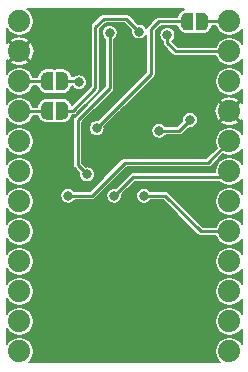
<source format=gbl>
G04 #@! TF.GenerationSoftware,KiCad,Pcbnew,(5.1.6-0-10_14)*
G04 #@! TF.CreationDate,2020-08-29T20:41:38-05:00*
G04 #@! TF.ProjectId,gen2-jtag-adapter,67656e32-2d6a-4746-9167-2d6164617074,rev?*
G04 #@! TF.SameCoordinates,Original*
G04 #@! TF.FileFunction,Copper,L2,Bot*
G04 #@! TF.FilePolarity,Positive*
%FSLAX46Y46*%
G04 Gerber Fmt 4.6, Leading zero omitted, Abs format (unit mm)*
G04 Created by KiCad (PCBNEW (5.1.6-0-10_14)) date 2020-08-29 20:41:38*
%MOMM*%
%LPD*%
G01*
G04 APERTURE LIST*
G04 #@! TA.AperFunction,ComponentPad*
%ADD10C,1.879600*%
G04 #@! TD*
G04 #@! TA.AperFunction,SMDPad,CuDef*
%ADD11C,0.100000*%
G04 #@! TD*
G04 #@! TA.AperFunction,ViaPad*
%ADD12C,0.800000*%
G04 #@! TD*
G04 #@! TA.AperFunction,Conductor*
%ADD13C,0.250000*%
G04 #@! TD*
G04 #@! TA.AperFunction,Conductor*
%ADD14C,0.150000*%
G04 #@! TD*
G04 APERTURE END LIST*
D10*
X119050000Y-67742000D03*
X119050000Y-70282000D03*
X119050000Y-72822000D03*
X119050000Y-75362000D03*
X119050000Y-77902000D03*
X119050000Y-80442000D03*
X119050000Y-82982000D03*
X119050000Y-85522000D03*
X119050000Y-88062000D03*
X119050000Y-90602000D03*
X119050000Y-93142000D03*
X119050000Y-95682000D03*
X101270000Y-95682000D03*
X101270000Y-93142000D03*
X101270000Y-90602000D03*
X101270000Y-88062000D03*
X101270000Y-85522000D03*
X101270000Y-82982000D03*
X101270000Y-80442000D03*
X101270000Y-77902000D03*
X101270000Y-75362000D03*
X101270000Y-72822000D03*
X101270000Y-70282000D03*
X101270000Y-67742000D03*
G04 #@! TA.AperFunction,SMDPad,CuDef*
D11*
G36*
X103600000Y-76049398D02*
G01*
X103575466Y-76049398D01*
X103526635Y-76044588D01*
X103478510Y-76035016D01*
X103431555Y-76020772D01*
X103386222Y-76001995D01*
X103342949Y-75978864D01*
X103302150Y-75951604D01*
X103264221Y-75920476D01*
X103229524Y-75885779D01*
X103198396Y-75847850D01*
X103171136Y-75807051D01*
X103148005Y-75763778D01*
X103129228Y-75718445D01*
X103114984Y-75671490D01*
X103105412Y-75623365D01*
X103100602Y-75574534D01*
X103100602Y-75550000D01*
X103100000Y-75550000D01*
X103100000Y-75050000D01*
X103100602Y-75050000D01*
X103100602Y-75025466D01*
X103105412Y-74976635D01*
X103114984Y-74928510D01*
X103129228Y-74881555D01*
X103148005Y-74836222D01*
X103171136Y-74792949D01*
X103198396Y-74752150D01*
X103229524Y-74714221D01*
X103264221Y-74679524D01*
X103302150Y-74648396D01*
X103342949Y-74621136D01*
X103386222Y-74598005D01*
X103431555Y-74579228D01*
X103478510Y-74564984D01*
X103526635Y-74555412D01*
X103575466Y-74550602D01*
X103600000Y-74550602D01*
X103600000Y-74550000D01*
X104100000Y-74550000D01*
X104100000Y-76050000D01*
X103600000Y-76050000D01*
X103600000Y-76049398D01*
G37*
G04 #@! TD.AperFunction*
G04 #@! TA.AperFunction,SMDPad,CuDef*
G36*
X104400000Y-74550000D02*
G01*
X104900000Y-74550000D01*
X104900000Y-74550602D01*
X104924534Y-74550602D01*
X104973365Y-74555412D01*
X105021490Y-74564984D01*
X105068445Y-74579228D01*
X105113778Y-74598005D01*
X105157051Y-74621136D01*
X105197850Y-74648396D01*
X105235779Y-74679524D01*
X105270476Y-74714221D01*
X105301604Y-74752150D01*
X105328864Y-74792949D01*
X105351995Y-74836222D01*
X105370772Y-74881555D01*
X105385016Y-74928510D01*
X105394588Y-74976635D01*
X105399398Y-75025466D01*
X105399398Y-75050000D01*
X105400000Y-75050000D01*
X105400000Y-75550000D01*
X105399398Y-75550000D01*
X105399398Y-75574534D01*
X105394588Y-75623365D01*
X105385016Y-75671490D01*
X105370772Y-75718445D01*
X105351995Y-75763778D01*
X105328864Y-75807051D01*
X105301604Y-75847850D01*
X105270476Y-75885779D01*
X105235779Y-75920476D01*
X105197850Y-75951604D01*
X105157051Y-75978864D01*
X105113778Y-76001995D01*
X105068445Y-76020772D01*
X105021490Y-76035016D01*
X104973365Y-76044588D01*
X104924534Y-76049398D01*
X104900000Y-76049398D01*
X104900000Y-76050000D01*
X104400000Y-76050000D01*
X104400000Y-74550000D01*
G37*
G04 #@! TD.AperFunction*
G04 #@! TA.AperFunction,SMDPad,CuDef*
G36*
X103600000Y-73549398D02*
G01*
X103575466Y-73549398D01*
X103526635Y-73544588D01*
X103478510Y-73535016D01*
X103431555Y-73520772D01*
X103386222Y-73501995D01*
X103342949Y-73478864D01*
X103302150Y-73451604D01*
X103264221Y-73420476D01*
X103229524Y-73385779D01*
X103198396Y-73347850D01*
X103171136Y-73307051D01*
X103148005Y-73263778D01*
X103129228Y-73218445D01*
X103114984Y-73171490D01*
X103105412Y-73123365D01*
X103100602Y-73074534D01*
X103100602Y-73050000D01*
X103100000Y-73050000D01*
X103100000Y-72550000D01*
X103100602Y-72550000D01*
X103100602Y-72525466D01*
X103105412Y-72476635D01*
X103114984Y-72428510D01*
X103129228Y-72381555D01*
X103148005Y-72336222D01*
X103171136Y-72292949D01*
X103198396Y-72252150D01*
X103229524Y-72214221D01*
X103264221Y-72179524D01*
X103302150Y-72148396D01*
X103342949Y-72121136D01*
X103386222Y-72098005D01*
X103431555Y-72079228D01*
X103478510Y-72064984D01*
X103526635Y-72055412D01*
X103575466Y-72050602D01*
X103600000Y-72050602D01*
X103600000Y-72050000D01*
X104100000Y-72050000D01*
X104100000Y-73550000D01*
X103600000Y-73550000D01*
X103600000Y-73549398D01*
G37*
G04 #@! TD.AperFunction*
G04 #@! TA.AperFunction,SMDPad,CuDef*
G36*
X104400000Y-72050000D02*
G01*
X104900000Y-72050000D01*
X104900000Y-72050602D01*
X104924534Y-72050602D01*
X104973365Y-72055412D01*
X105021490Y-72064984D01*
X105068445Y-72079228D01*
X105113778Y-72098005D01*
X105157051Y-72121136D01*
X105197850Y-72148396D01*
X105235779Y-72179524D01*
X105270476Y-72214221D01*
X105301604Y-72252150D01*
X105328864Y-72292949D01*
X105351995Y-72336222D01*
X105370772Y-72381555D01*
X105385016Y-72428510D01*
X105394588Y-72476635D01*
X105399398Y-72525466D01*
X105399398Y-72550000D01*
X105400000Y-72550000D01*
X105400000Y-73050000D01*
X105399398Y-73050000D01*
X105399398Y-73074534D01*
X105394588Y-73123365D01*
X105385016Y-73171490D01*
X105370772Y-73218445D01*
X105351995Y-73263778D01*
X105328864Y-73307051D01*
X105301604Y-73347850D01*
X105270476Y-73385779D01*
X105235779Y-73420476D01*
X105197850Y-73451604D01*
X105157051Y-73478864D01*
X105113778Y-73501995D01*
X105068445Y-73520772D01*
X105021490Y-73535016D01*
X104973365Y-73544588D01*
X104924534Y-73549398D01*
X104900000Y-73549398D01*
X104900000Y-73550000D01*
X104400000Y-73550000D01*
X104400000Y-72050000D01*
G37*
G04 #@! TD.AperFunction*
G04 #@! TA.AperFunction,SMDPad,CuDef*
G36*
X115450000Y-68499398D02*
G01*
X115425466Y-68499398D01*
X115376635Y-68494588D01*
X115328510Y-68485016D01*
X115281555Y-68470772D01*
X115236222Y-68451995D01*
X115192949Y-68428864D01*
X115152150Y-68401604D01*
X115114221Y-68370476D01*
X115079524Y-68335779D01*
X115048396Y-68297850D01*
X115021136Y-68257051D01*
X114998005Y-68213778D01*
X114979228Y-68168445D01*
X114964984Y-68121490D01*
X114955412Y-68073365D01*
X114950602Y-68024534D01*
X114950602Y-68000000D01*
X114950000Y-68000000D01*
X114950000Y-67500000D01*
X114950602Y-67500000D01*
X114950602Y-67475466D01*
X114955412Y-67426635D01*
X114964984Y-67378510D01*
X114979228Y-67331555D01*
X114998005Y-67286222D01*
X115021136Y-67242949D01*
X115048396Y-67202150D01*
X115079524Y-67164221D01*
X115114221Y-67129524D01*
X115152150Y-67098396D01*
X115192949Y-67071136D01*
X115236222Y-67048005D01*
X115281555Y-67029228D01*
X115328510Y-67014984D01*
X115376635Y-67005412D01*
X115425466Y-67000602D01*
X115450000Y-67000602D01*
X115450000Y-67000000D01*
X115950000Y-67000000D01*
X115950000Y-68500000D01*
X115450000Y-68500000D01*
X115450000Y-68499398D01*
G37*
G04 #@! TD.AperFunction*
G04 #@! TA.AperFunction,SMDPad,CuDef*
G36*
X116250000Y-67000000D02*
G01*
X116750000Y-67000000D01*
X116750000Y-67000602D01*
X116774534Y-67000602D01*
X116823365Y-67005412D01*
X116871490Y-67014984D01*
X116918445Y-67029228D01*
X116963778Y-67048005D01*
X117007051Y-67071136D01*
X117047850Y-67098396D01*
X117085779Y-67129524D01*
X117120476Y-67164221D01*
X117151604Y-67202150D01*
X117178864Y-67242949D01*
X117201995Y-67286222D01*
X117220772Y-67331555D01*
X117235016Y-67378510D01*
X117244588Y-67426635D01*
X117249398Y-67475466D01*
X117249398Y-67500000D01*
X117250000Y-67500000D01*
X117250000Y-68000000D01*
X117249398Y-68000000D01*
X117249398Y-68024534D01*
X117244588Y-68073365D01*
X117235016Y-68121490D01*
X117220772Y-68168445D01*
X117201995Y-68213778D01*
X117178864Y-68257051D01*
X117151604Y-68297850D01*
X117120476Y-68335779D01*
X117085779Y-68370476D01*
X117047850Y-68401604D01*
X117007051Y-68428864D01*
X116963778Y-68451995D01*
X116918445Y-68470772D01*
X116871490Y-68485016D01*
X116823365Y-68494588D01*
X116774534Y-68499398D01*
X116750000Y-68499398D01*
X116750000Y-68500000D01*
X116250000Y-68500000D01*
X116250000Y-67000000D01*
G37*
G04 #@! TD.AperFunction*
D12*
X113800000Y-68900000D03*
X110200000Y-86000000D03*
X107000000Y-86000000D03*
X113400000Y-86000000D03*
X116900000Y-83100000D03*
X115000000Y-69200000D03*
X104200000Y-67200000D03*
X111900000Y-67200000D03*
X110500000Y-76600000D03*
X110100000Y-68700000D03*
X114700000Y-71700000D03*
X105800000Y-74100000D03*
X107300000Y-67200000D03*
X103600000Y-86000000D03*
X116900000Y-86700000D03*
X111400000Y-68599992D03*
X106300004Y-72900000D03*
X111800000Y-82500000D03*
X108900000Y-68700000D03*
X107000000Y-80700004D03*
X109300012Y-82500000D03*
X105400000Y-82500000D03*
X107799994Y-76800000D03*
X113100000Y-77000000D03*
X115700000Y-76100000D03*
D13*
X119050000Y-70282000D02*
X114516315Y-70282000D01*
X114516315Y-70282000D02*
X113800000Y-69565685D01*
X113800000Y-69565685D02*
X113800000Y-68900000D01*
X107700000Y-73400000D02*
X105800000Y-75300000D01*
X107700000Y-68200000D02*
X107700000Y-73400000D01*
X108400000Y-67500000D02*
X107700000Y-68200000D01*
X110300008Y-67500000D02*
X108400000Y-67500000D01*
X105800000Y-75300000D02*
X104900000Y-75300000D01*
X111400000Y-68599992D02*
X110300008Y-67500000D01*
X106200004Y-72800000D02*
X106300004Y-72900000D01*
X104900000Y-72800000D02*
X106200004Y-72800000D01*
X113600000Y-82500000D02*
X111800000Y-82500000D01*
X116622000Y-85522000D02*
X113600000Y-82500000D01*
X119050000Y-85522000D02*
X116622000Y-85522000D01*
X106200000Y-79900004D02*
X107000000Y-80700004D01*
X106200000Y-76100000D02*
X106200000Y-79900004D01*
X108900000Y-73400000D02*
X106200000Y-76100000D01*
X108900000Y-68700000D02*
X108900000Y-73400000D01*
X110900012Y-80900000D02*
X109300012Y-82500000D01*
X118592000Y-80900000D02*
X110900012Y-80900000D01*
X119050000Y-80442000D02*
X118592000Y-80900000D01*
X107373004Y-82500000D02*
X105400000Y-82500000D01*
X110173004Y-79700000D02*
X107373004Y-82500000D01*
X117252000Y-79700000D02*
X110173004Y-79700000D01*
X119050000Y-77902000D02*
X117252000Y-79700000D01*
X115450000Y-67750000D02*
X113050000Y-67750000D01*
X112400000Y-68400000D02*
X112400000Y-72199994D01*
X113050000Y-67750000D02*
X112400000Y-68400000D01*
X112400000Y-72199994D02*
X107799994Y-76800000D01*
X119042000Y-67750000D02*
X119050000Y-67742000D01*
X116750000Y-67750000D02*
X119042000Y-67750000D01*
X114800000Y-77000000D02*
X115700000Y-76100000D01*
X113100000Y-77000000D02*
X114800000Y-77000000D01*
X103522000Y-72822000D02*
X103600000Y-72900000D01*
X101270000Y-72822000D02*
X103522000Y-72822000D01*
X103562000Y-75362000D02*
X103600000Y-75400000D01*
X101270000Y-75362000D02*
X103562000Y-75362000D01*
D14*
G36*
X110732107Y-68497784D02*
G01*
X110725000Y-68533510D01*
X110725000Y-68666474D01*
X110750940Y-68796882D01*
X110801823Y-68919724D01*
X110875693Y-69030279D01*
X110969713Y-69124299D01*
X111080268Y-69198169D01*
X111203110Y-69249052D01*
X111333518Y-69274992D01*
X111466482Y-69274992D01*
X111596890Y-69249052D01*
X111719732Y-69198169D01*
X111830287Y-69124299D01*
X111924307Y-69030279D01*
X111998177Y-68919724D01*
X112000000Y-68915323D01*
X112000001Y-72034307D01*
X107902202Y-76132106D01*
X107866476Y-76125000D01*
X107733512Y-76125000D01*
X107603104Y-76150940D01*
X107480262Y-76201823D01*
X107369707Y-76275693D01*
X107275687Y-76369713D01*
X107201817Y-76480268D01*
X107150934Y-76603110D01*
X107124994Y-76733518D01*
X107124994Y-76866482D01*
X107150934Y-76996890D01*
X107201817Y-77119732D01*
X107275687Y-77230287D01*
X107369707Y-77324307D01*
X107480262Y-77398177D01*
X107603104Y-77449060D01*
X107733512Y-77475000D01*
X107866476Y-77475000D01*
X107996884Y-77449060D01*
X108119726Y-77398177D01*
X108230281Y-77324307D01*
X108324301Y-77230287D01*
X108398171Y-77119732D01*
X108449054Y-76996890D01*
X108461659Y-76933518D01*
X112425000Y-76933518D01*
X112425000Y-77066482D01*
X112450940Y-77196890D01*
X112501823Y-77319732D01*
X112575693Y-77430287D01*
X112669713Y-77524307D01*
X112780268Y-77598177D01*
X112903110Y-77649060D01*
X113033518Y-77675000D01*
X113166482Y-77675000D01*
X113296890Y-77649060D01*
X113419732Y-77598177D01*
X113530287Y-77524307D01*
X113624307Y-77430287D01*
X113644544Y-77400000D01*
X114780354Y-77400000D01*
X114800000Y-77401935D01*
X114819646Y-77400000D01*
X114819647Y-77400000D01*
X114878414Y-77394212D01*
X114953814Y-77371340D01*
X115023303Y-77334197D01*
X115084211Y-77284211D01*
X115096737Y-77268948D01*
X115597792Y-76767894D01*
X115633518Y-76775000D01*
X115766482Y-76775000D01*
X115896890Y-76749060D01*
X116019732Y-76698177D01*
X116130287Y-76624307D01*
X116224307Y-76530287D01*
X116298177Y-76419732D01*
X116349060Y-76296890D01*
X116360112Y-76241326D01*
X118244213Y-76241326D01*
X118343302Y-76423154D01*
X118563902Y-76540634D01*
X118803183Y-76612820D01*
X119051948Y-76636937D01*
X119300639Y-76612059D01*
X119539698Y-76539143D01*
X119756698Y-76423154D01*
X119855787Y-76241326D01*
X119050000Y-75435539D01*
X118244213Y-76241326D01*
X116360112Y-76241326D01*
X116375000Y-76166482D01*
X116375000Y-76033518D01*
X116349060Y-75903110D01*
X116298177Y-75780268D01*
X116224307Y-75669713D01*
X116130287Y-75575693D01*
X116019732Y-75501823D01*
X115896890Y-75450940D01*
X115766482Y-75425000D01*
X115633518Y-75425000D01*
X115503110Y-75450940D01*
X115380268Y-75501823D01*
X115269713Y-75575693D01*
X115175693Y-75669713D01*
X115101823Y-75780268D01*
X115050940Y-75903110D01*
X115025000Y-76033518D01*
X115025000Y-76166482D01*
X115032106Y-76202208D01*
X114634315Y-76600000D01*
X113644544Y-76600000D01*
X113624307Y-76569713D01*
X113530287Y-76475693D01*
X113419732Y-76401823D01*
X113296890Y-76350940D01*
X113166482Y-76325000D01*
X113033518Y-76325000D01*
X112903110Y-76350940D01*
X112780268Y-76401823D01*
X112669713Y-76475693D01*
X112575693Y-76569713D01*
X112501823Y-76680268D01*
X112450940Y-76803110D01*
X112425000Y-76933518D01*
X108461659Y-76933518D01*
X108474994Y-76866482D01*
X108474994Y-76733518D01*
X108467888Y-76697792D01*
X109801732Y-75363948D01*
X117775063Y-75363948D01*
X117799941Y-75612639D01*
X117872857Y-75851698D01*
X117988846Y-76068698D01*
X118170674Y-76167787D01*
X118976461Y-75362000D01*
X118170674Y-74556213D01*
X117988846Y-74655302D01*
X117871366Y-74875902D01*
X117799180Y-75115183D01*
X117775063Y-75363948D01*
X109801732Y-75363948D01*
X110683006Y-74482674D01*
X118244213Y-74482674D01*
X119050000Y-75288461D01*
X119855787Y-74482674D01*
X119756698Y-74300846D01*
X119536098Y-74183366D01*
X119296817Y-74111180D01*
X119048052Y-74087063D01*
X118799361Y-74111941D01*
X118560302Y-74184857D01*
X118343302Y-74300846D01*
X118244213Y-74482674D01*
X110683006Y-74482674D01*
X112668953Y-72496727D01*
X112684211Y-72484205D01*
X112697793Y-72467656D01*
X112734197Y-72423297D01*
X112771340Y-72353809D01*
X112794212Y-72278408D01*
X112801935Y-72199994D01*
X112800000Y-72180348D01*
X112800000Y-68565685D01*
X113215686Y-68150000D01*
X114635427Y-68150000D01*
X114647290Y-68209637D01*
X114666102Y-68271653D01*
X114703611Y-68362209D01*
X114734162Y-68419365D01*
X114788618Y-68500864D01*
X114829731Y-68550961D01*
X114899039Y-68620269D01*
X114949136Y-68661382D01*
X115030635Y-68715838D01*
X115087791Y-68746389D01*
X115178347Y-68783898D01*
X115240363Y-68802710D01*
X115336496Y-68821832D01*
X115400991Y-68828184D01*
X115425550Y-68828184D01*
X115450000Y-68830592D01*
X115950000Y-68830592D01*
X116014495Y-68824240D01*
X116076512Y-68805427D01*
X116100000Y-68792872D01*
X116123488Y-68805427D01*
X116185505Y-68824240D01*
X116250000Y-68830592D01*
X116750000Y-68830592D01*
X116774450Y-68828184D01*
X116799009Y-68828184D01*
X116863504Y-68821832D01*
X116959637Y-68802710D01*
X117021653Y-68783898D01*
X117112209Y-68746389D01*
X117169365Y-68715838D01*
X117250864Y-68661382D01*
X117300961Y-68620269D01*
X117370269Y-68550961D01*
X117411382Y-68500864D01*
X117465838Y-68419365D01*
X117496389Y-68362209D01*
X117533898Y-68271653D01*
X117552710Y-68209637D01*
X117564573Y-68150000D01*
X117904109Y-68150000D01*
X117973458Y-68317424D01*
X118106403Y-68516390D01*
X118275610Y-68685597D01*
X118474576Y-68818542D01*
X118695656Y-68910116D01*
X118930353Y-68956800D01*
X119169647Y-68956800D01*
X119404344Y-68910116D01*
X119625424Y-68818542D01*
X119824390Y-68685597D01*
X119993597Y-68516390D01*
X120100000Y-68357147D01*
X120100000Y-69666853D01*
X119993597Y-69507610D01*
X119824390Y-69338403D01*
X119625424Y-69205458D01*
X119404344Y-69113884D01*
X119169647Y-69067200D01*
X118930353Y-69067200D01*
X118695656Y-69113884D01*
X118474576Y-69205458D01*
X118275610Y-69338403D01*
X118106403Y-69507610D01*
X117973458Y-69706576D01*
X117900795Y-69882000D01*
X114682000Y-69882000D01*
X114226702Y-69426702D01*
X114230287Y-69424307D01*
X114324307Y-69330287D01*
X114398177Y-69219732D01*
X114449060Y-69096890D01*
X114475000Y-68966482D01*
X114475000Y-68833518D01*
X114449060Y-68703110D01*
X114398177Y-68580268D01*
X114324307Y-68469713D01*
X114230287Y-68375693D01*
X114119732Y-68301823D01*
X113996890Y-68250940D01*
X113866482Y-68225000D01*
X113733518Y-68225000D01*
X113603110Y-68250940D01*
X113480268Y-68301823D01*
X113369713Y-68375693D01*
X113275693Y-68469713D01*
X113201823Y-68580268D01*
X113150940Y-68703110D01*
X113125000Y-68833518D01*
X113125000Y-68966482D01*
X113150940Y-69096890D01*
X113201823Y-69219732D01*
X113275693Y-69330287D01*
X113369713Y-69424307D01*
X113400000Y-69444544D01*
X113400000Y-69546038D01*
X113398065Y-69565685D01*
X113400000Y-69585331D01*
X113405788Y-69644098D01*
X113428660Y-69719498D01*
X113465803Y-69788987D01*
X113515789Y-69849896D01*
X113531052Y-69862422D01*
X114219578Y-70550948D01*
X114232104Y-70566211D01*
X114293012Y-70616197D01*
X114362501Y-70653340D01*
X114437901Y-70676212D01*
X114496668Y-70682000D01*
X114496678Y-70682000D01*
X114516314Y-70683934D01*
X114535950Y-70682000D01*
X117900795Y-70682000D01*
X117973458Y-70857424D01*
X118106403Y-71056390D01*
X118275610Y-71225597D01*
X118474576Y-71358542D01*
X118695656Y-71450116D01*
X118930353Y-71496800D01*
X119169647Y-71496800D01*
X119404344Y-71450116D01*
X119625424Y-71358542D01*
X119824390Y-71225597D01*
X119993597Y-71056390D01*
X120100000Y-70897147D01*
X120100000Y-72206853D01*
X119993597Y-72047610D01*
X119824390Y-71878403D01*
X119625424Y-71745458D01*
X119404344Y-71653884D01*
X119169647Y-71607200D01*
X118930353Y-71607200D01*
X118695656Y-71653884D01*
X118474576Y-71745458D01*
X118275610Y-71878403D01*
X118106403Y-72047610D01*
X117973458Y-72246576D01*
X117881884Y-72467656D01*
X117835200Y-72702353D01*
X117835200Y-72941647D01*
X117881884Y-73176344D01*
X117973458Y-73397424D01*
X118106403Y-73596390D01*
X118275610Y-73765597D01*
X118474576Y-73898542D01*
X118695656Y-73990116D01*
X118930353Y-74036800D01*
X119169647Y-74036800D01*
X119404344Y-73990116D01*
X119625424Y-73898542D01*
X119824390Y-73765597D01*
X119993597Y-73596390D01*
X120100000Y-73437147D01*
X120100000Y-74649224D01*
X119929326Y-74556213D01*
X119123539Y-75362000D01*
X119929326Y-76167787D01*
X120100000Y-76074776D01*
X120100000Y-77286854D01*
X119993597Y-77127610D01*
X119824390Y-76958403D01*
X119625424Y-76825458D01*
X119404344Y-76733884D01*
X119169647Y-76687200D01*
X118930353Y-76687200D01*
X118695656Y-76733884D01*
X118474576Y-76825458D01*
X118275610Y-76958403D01*
X118106403Y-77127610D01*
X117973458Y-77326576D01*
X117881884Y-77547656D01*
X117835200Y-77782353D01*
X117835200Y-78021647D01*
X117881884Y-78256344D01*
X117954547Y-78431768D01*
X117086315Y-79300000D01*
X110192650Y-79300000D01*
X110173004Y-79298065D01*
X110153357Y-79300000D01*
X110094590Y-79305788D01*
X110019190Y-79328660D01*
X109950346Y-79365458D01*
X109949701Y-79365803D01*
X109904053Y-79403265D01*
X109904051Y-79403267D01*
X109888793Y-79415789D01*
X109876271Y-79431047D01*
X107207319Y-82100000D01*
X105944544Y-82100000D01*
X105924307Y-82069713D01*
X105830287Y-81975693D01*
X105719732Y-81901823D01*
X105596890Y-81850940D01*
X105466482Y-81825000D01*
X105333518Y-81825000D01*
X105203110Y-81850940D01*
X105080268Y-81901823D01*
X104969713Y-81975693D01*
X104875693Y-82069713D01*
X104801823Y-82180268D01*
X104750940Y-82303110D01*
X104725000Y-82433518D01*
X104725000Y-82566482D01*
X104750940Y-82696890D01*
X104801823Y-82819732D01*
X104875693Y-82930287D01*
X104969713Y-83024307D01*
X105080268Y-83098177D01*
X105203110Y-83149060D01*
X105333518Y-83175000D01*
X105466482Y-83175000D01*
X105596890Y-83149060D01*
X105719732Y-83098177D01*
X105830287Y-83024307D01*
X105924307Y-82930287D01*
X105944544Y-82900000D01*
X107353358Y-82900000D01*
X107373004Y-82901935D01*
X107392650Y-82900000D01*
X107392651Y-82900000D01*
X107451418Y-82894212D01*
X107526818Y-82871340D01*
X107596307Y-82834197D01*
X107657215Y-82784211D01*
X107669741Y-82768948D01*
X110338690Y-80100000D01*
X117232354Y-80100000D01*
X117252000Y-80101935D01*
X117271646Y-80100000D01*
X117271647Y-80100000D01*
X117330414Y-80094212D01*
X117405814Y-80071340D01*
X117475303Y-80034197D01*
X117536211Y-79984211D01*
X117548737Y-79968948D01*
X118520232Y-78997453D01*
X118695656Y-79070116D01*
X118930353Y-79116800D01*
X119169647Y-79116800D01*
X119404344Y-79070116D01*
X119625424Y-78978542D01*
X119824390Y-78845597D01*
X119993597Y-78676390D01*
X120100000Y-78517146D01*
X120100000Y-79826854D01*
X119993597Y-79667610D01*
X119824390Y-79498403D01*
X119625424Y-79365458D01*
X119404344Y-79273884D01*
X119169647Y-79227200D01*
X118930353Y-79227200D01*
X118695656Y-79273884D01*
X118474576Y-79365458D01*
X118275610Y-79498403D01*
X118106403Y-79667610D01*
X117973458Y-79866576D01*
X117881884Y-80087656D01*
X117835200Y-80322353D01*
X117835200Y-80500000D01*
X110919659Y-80500000D01*
X110900012Y-80498065D01*
X110880365Y-80500000D01*
X110821598Y-80505788D01*
X110746198Y-80528660D01*
X110676709Y-80565803D01*
X110615801Y-80615789D01*
X110603277Y-80631050D01*
X109402220Y-81832107D01*
X109366494Y-81825000D01*
X109233530Y-81825000D01*
X109103122Y-81850940D01*
X108980280Y-81901823D01*
X108869725Y-81975693D01*
X108775705Y-82069713D01*
X108701835Y-82180268D01*
X108650952Y-82303110D01*
X108625012Y-82433518D01*
X108625012Y-82566482D01*
X108650952Y-82696890D01*
X108701835Y-82819732D01*
X108775705Y-82930287D01*
X108869725Y-83024307D01*
X108980280Y-83098177D01*
X109103122Y-83149060D01*
X109233530Y-83175000D01*
X109366494Y-83175000D01*
X109496902Y-83149060D01*
X109619744Y-83098177D01*
X109730299Y-83024307D01*
X109824319Y-82930287D01*
X109898189Y-82819732D01*
X109949072Y-82696890D01*
X109975012Y-82566482D01*
X109975012Y-82433518D01*
X109967905Y-82397792D01*
X111065697Y-81300000D01*
X118190013Y-81300000D01*
X118275610Y-81385597D01*
X118474576Y-81518542D01*
X118695656Y-81610116D01*
X118930353Y-81656800D01*
X119169647Y-81656800D01*
X119404344Y-81610116D01*
X119625424Y-81518542D01*
X119824390Y-81385597D01*
X119993597Y-81216390D01*
X120100000Y-81057146D01*
X120100001Y-82366854D01*
X119993597Y-82207610D01*
X119824390Y-82038403D01*
X119625424Y-81905458D01*
X119404344Y-81813884D01*
X119169647Y-81767200D01*
X118930353Y-81767200D01*
X118695656Y-81813884D01*
X118474576Y-81905458D01*
X118275610Y-82038403D01*
X118106403Y-82207610D01*
X117973458Y-82406576D01*
X117881884Y-82627656D01*
X117835200Y-82862353D01*
X117835200Y-83101647D01*
X117881884Y-83336344D01*
X117973458Y-83557424D01*
X118106403Y-83756390D01*
X118275610Y-83925597D01*
X118474576Y-84058542D01*
X118695656Y-84150116D01*
X118930353Y-84196800D01*
X119169647Y-84196800D01*
X119404344Y-84150116D01*
X119625424Y-84058542D01*
X119824390Y-83925597D01*
X119993597Y-83756390D01*
X120100001Y-83597146D01*
X120100001Y-84906854D01*
X119993597Y-84747610D01*
X119824390Y-84578403D01*
X119625424Y-84445458D01*
X119404344Y-84353884D01*
X119169647Y-84307200D01*
X118930353Y-84307200D01*
X118695656Y-84353884D01*
X118474576Y-84445458D01*
X118275610Y-84578403D01*
X118106403Y-84747610D01*
X117973458Y-84946576D01*
X117900795Y-85122000D01*
X116787685Y-85122000D01*
X113896735Y-82231050D01*
X113884211Y-82215789D01*
X113823303Y-82165803D01*
X113753814Y-82128660D01*
X113678414Y-82105788D01*
X113619647Y-82100000D01*
X113619646Y-82100000D01*
X113600000Y-82098065D01*
X113580354Y-82100000D01*
X112344544Y-82100000D01*
X112324307Y-82069713D01*
X112230287Y-81975693D01*
X112119732Y-81901823D01*
X111996890Y-81850940D01*
X111866482Y-81825000D01*
X111733518Y-81825000D01*
X111603110Y-81850940D01*
X111480268Y-81901823D01*
X111369713Y-81975693D01*
X111275693Y-82069713D01*
X111201823Y-82180268D01*
X111150940Y-82303110D01*
X111125000Y-82433518D01*
X111125000Y-82566482D01*
X111150940Y-82696890D01*
X111201823Y-82819732D01*
X111275693Y-82930287D01*
X111369713Y-83024307D01*
X111480268Y-83098177D01*
X111603110Y-83149060D01*
X111733518Y-83175000D01*
X111866482Y-83175000D01*
X111996890Y-83149060D01*
X112119732Y-83098177D01*
X112230287Y-83024307D01*
X112324307Y-82930287D01*
X112344544Y-82900000D01*
X113434315Y-82900000D01*
X116325263Y-85790948D01*
X116337789Y-85806211D01*
X116398697Y-85856197D01*
X116468186Y-85893340D01*
X116543586Y-85916212D01*
X116602353Y-85922000D01*
X116602363Y-85922000D01*
X116621999Y-85923934D01*
X116641635Y-85922000D01*
X117900795Y-85922000D01*
X117973458Y-86097424D01*
X118106403Y-86296390D01*
X118275610Y-86465597D01*
X118474576Y-86598542D01*
X118695656Y-86690116D01*
X118930353Y-86736800D01*
X119169647Y-86736800D01*
X119404344Y-86690116D01*
X119625424Y-86598542D01*
X119824390Y-86465597D01*
X119993597Y-86296390D01*
X120100001Y-86137146D01*
X120100001Y-87446854D01*
X119993597Y-87287610D01*
X119824390Y-87118403D01*
X119625424Y-86985458D01*
X119404344Y-86893884D01*
X119169647Y-86847200D01*
X118930353Y-86847200D01*
X118695656Y-86893884D01*
X118474576Y-86985458D01*
X118275610Y-87118403D01*
X118106403Y-87287610D01*
X117973458Y-87486576D01*
X117881884Y-87707656D01*
X117835200Y-87942353D01*
X117835200Y-88181647D01*
X117881884Y-88416344D01*
X117973458Y-88637424D01*
X118106403Y-88836390D01*
X118275610Y-89005597D01*
X118474576Y-89138542D01*
X118695656Y-89230116D01*
X118930353Y-89276800D01*
X119169647Y-89276800D01*
X119404344Y-89230116D01*
X119625424Y-89138542D01*
X119824390Y-89005597D01*
X119993597Y-88836390D01*
X120100001Y-88677146D01*
X120100001Y-89986854D01*
X119993597Y-89827610D01*
X119824390Y-89658403D01*
X119625424Y-89525458D01*
X119404344Y-89433884D01*
X119169647Y-89387200D01*
X118930353Y-89387200D01*
X118695656Y-89433884D01*
X118474576Y-89525458D01*
X118275610Y-89658403D01*
X118106403Y-89827610D01*
X117973458Y-90026576D01*
X117881884Y-90247656D01*
X117835200Y-90482353D01*
X117835200Y-90721647D01*
X117881884Y-90956344D01*
X117973458Y-91177424D01*
X118106403Y-91376390D01*
X118275610Y-91545597D01*
X118474576Y-91678542D01*
X118695656Y-91770116D01*
X118930353Y-91816800D01*
X119169647Y-91816800D01*
X119404344Y-91770116D01*
X119625424Y-91678542D01*
X119824390Y-91545597D01*
X119993597Y-91376390D01*
X120100001Y-91217146D01*
X120100001Y-92526854D01*
X119993597Y-92367610D01*
X119824390Y-92198403D01*
X119625424Y-92065458D01*
X119404344Y-91973884D01*
X119169647Y-91927200D01*
X118930353Y-91927200D01*
X118695656Y-91973884D01*
X118474576Y-92065458D01*
X118275610Y-92198403D01*
X118106403Y-92367610D01*
X117973458Y-92566576D01*
X117881884Y-92787656D01*
X117835200Y-93022353D01*
X117835200Y-93261647D01*
X117881884Y-93496344D01*
X117973458Y-93717424D01*
X118106403Y-93916390D01*
X118275610Y-94085597D01*
X118474576Y-94218542D01*
X118695656Y-94310116D01*
X118930353Y-94356800D01*
X119169647Y-94356800D01*
X119404344Y-94310116D01*
X119625424Y-94218542D01*
X119824390Y-94085597D01*
X119993597Y-93916390D01*
X120100001Y-93757146D01*
X120100001Y-95066855D01*
X119993597Y-94907610D01*
X119824390Y-94738403D01*
X119625424Y-94605458D01*
X119404344Y-94513884D01*
X119169647Y-94467200D01*
X118930353Y-94467200D01*
X118695656Y-94513884D01*
X118474576Y-94605458D01*
X118275610Y-94738403D01*
X118106403Y-94907610D01*
X117973458Y-95106576D01*
X117881884Y-95327656D01*
X117835200Y-95562353D01*
X117835200Y-95801647D01*
X117881884Y-96036344D01*
X117973458Y-96257424D01*
X118106403Y-96456390D01*
X118250013Y-96600000D01*
X102069987Y-96600000D01*
X102213597Y-96456390D01*
X102346542Y-96257424D01*
X102438116Y-96036344D01*
X102484800Y-95801647D01*
X102484800Y-95562353D01*
X102438116Y-95327656D01*
X102346542Y-95106576D01*
X102213597Y-94907610D01*
X102044390Y-94738403D01*
X101845424Y-94605458D01*
X101624344Y-94513884D01*
X101389647Y-94467200D01*
X101150353Y-94467200D01*
X100915656Y-94513884D01*
X100694576Y-94605458D01*
X100495610Y-94738403D01*
X100326403Y-94907610D01*
X100200000Y-95096785D01*
X100200000Y-93727215D01*
X100326403Y-93916390D01*
X100495610Y-94085597D01*
X100694576Y-94218542D01*
X100915656Y-94310116D01*
X101150353Y-94356800D01*
X101389647Y-94356800D01*
X101624344Y-94310116D01*
X101845424Y-94218542D01*
X102044390Y-94085597D01*
X102213597Y-93916390D01*
X102346542Y-93717424D01*
X102438116Y-93496344D01*
X102484800Y-93261647D01*
X102484800Y-93022353D01*
X102438116Y-92787656D01*
X102346542Y-92566576D01*
X102213597Y-92367610D01*
X102044390Y-92198403D01*
X101845424Y-92065458D01*
X101624344Y-91973884D01*
X101389647Y-91927200D01*
X101150353Y-91927200D01*
X100915656Y-91973884D01*
X100694576Y-92065458D01*
X100495610Y-92198403D01*
X100326403Y-92367610D01*
X100200000Y-92556785D01*
X100200000Y-91187215D01*
X100326403Y-91376390D01*
X100495610Y-91545597D01*
X100694576Y-91678542D01*
X100915656Y-91770116D01*
X101150353Y-91816800D01*
X101389647Y-91816800D01*
X101624344Y-91770116D01*
X101845424Y-91678542D01*
X102044390Y-91545597D01*
X102213597Y-91376390D01*
X102346542Y-91177424D01*
X102438116Y-90956344D01*
X102484800Y-90721647D01*
X102484800Y-90482353D01*
X102438116Y-90247656D01*
X102346542Y-90026576D01*
X102213597Y-89827610D01*
X102044390Y-89658403D01*
X101845424Y-89525458D01*
X101624344Y-89433884D01*
X101389647Y-89387200D01*
X101150353Y-89387200D01*
X100915656Y-89433884D01*
X100694576Y-89525458D01*
X100495610Y-89658403D01*
X100326403Y-89827610D01*
X100200000Y-90016785D01*
X100200000Y-88647215D01*
X100326403Y-88836390D01*
X100495610Y-89005597D01*
X100694576Y-89138542D01*
X100915656Y-89230116D01*
X101150353Y-89276800D01*
X101389647Y-89276800D01*
X101624344Y-89230116D01*
X101845424Y-89138542D01*
X102044390Y-89005597D01*
X102213597Y-88836390D01*
X102346542Y-88637424D01*
X102438116Y-88416344D01*
X102484800Y-88181647D01*
X102484800Y-87942353D01*
X102438116Y-87707656D01*
X102346542Y-87486576D01*
X102213597Y-87287610D01*
X102044390Y-87118403D01*
X101845424Y-86985458D01*
X101624344Y-86893884D01*
X101389647Y-86847200D01*
X101150353Y-86847200D01*
X100915656Y-86893884D01*
X100694576Y-86985458D01*
X100495610Y-87118403D01*
X100326403Y-87287610D01*
X100200000Y-87476785D01*
X100200000Y-86107215D01*
X100326403Y-86296390D01*
X100495610Y-86465597D01*
X100694576Y-86598542D01*
X100915656Y-86690116D01*
X101150353Y-86736800D01*
X101389647Y-86736800D01*
X101624344Y-86690116D01*
X101845424Y-86598542D01*
X102044390Y-86465597D01*
X102213597Y-86296390D01*
X102346542Y-86097424D01*
X102438116Y-85876344D01*
X102484800Y-85641647D01*
X102484800Y-85402353D01*
X102438116Y-85167656D01*
X102346542Y-84946576D01*
X102213597Y-84747610D01*
X102044390Y-84578403D01*
X101845424Y-84445458D01*
X101624344Y-84353884D01*
X101389647Y-84307200D01*
X101150353Y-84307200D01*
X100915656Y-84353884D01*
X100694576Y-84445458D01*
X100495610Y-84578403D01*
X100326403Y-84747610D01*
X100200000Y-84936785D01*
X100200000Y-83567215D01*
X100326403Y-83756390D01*
X100495610Y-83925597D01*
X100694576Y-84058542D01*
X100915656Y-84150116D01*
X101150353Y-84196800D01*
X101389647Y-84196800D01*
X101624344Y-84150116D01*
X101845424Y-84058542D01*
X102044390Y-83925597D01*
X102213597Y-83756390D01*
X102346542Y-83557424D01*
X102438116Y-83336344D01*
X102484800Y-83101647D01*
X102484800Y-82862353D01*
X102438116Y-82627656D01*
X102346542Y-82406576D01*
X102213597Y-82207610D01*
X102044390Y-82038403D01*
X101845424Y-81905458D01*
X101624344Y-81813884D01*
X101389647Y-81767200D01*
X101150353Y-81767200D01*
X100915656Y-81813884D01*
X100694576Y-81905458D01*
X100495610Y-82038403D01*
X100326403Y-82207610D01*
X100200000Y-82396785D01*
X100200000Y-81027215D01*
X100326403Y-81216390D01*
X100495610Y-81385597D01*
X100694576Y-81518542D01*
X100915656Y-81610116D01*
X101150353Y-81656800D01*
X101389647Y-81656800D01*
X101624344Y-81610116D01*
X101845424Y-81518542D01*
X102044390Y-81385597D01*
X102213597Y-81216390D01*
X102346542Y-81017424D01*
X102438116Y-80796344D01*
X102484800Y-80561647D01*
X102484800Y-80322353D01*
X102438116Y-80087656D01*
X102346542Y-79866576D01*
X102213597Y-79667610D01*
X102044390Y-79498403D01*
X101845424Y-79365458D01*
X101624344Y-79273884D01*
X101389647Y-79227200D01*
X101150353Y-79227200D01*
X100915656Y-79273884D01*
X100694576Y-79365458D01*
X100495610Y-79498403D01*
X100326403Y-79667610D01*
X100200000Y-79856785D01*
X100200000Y-78487215D01*
X100326403Y-78676390D01*
X100495610Y-78845597D01*
X100694576Y-78978542D01*
X100915656Y-79070116D01*
X101150353Y-79116800D01*
X101389647Y-79116800D01*
X101624344Y-79070116D01*
X101845424Y-78978542D01*
X102044390Y-78845597D01*
X102213597Y-78676390D01*
X102346542Y-78477424D01*
X102438116Y-78256344D01*
X102484800Y-78021647D01*
X102484800Y-77782353D01*
X102438116Y-77547656D01*
X102346542Y-77326576D01*
X102213597Y-77127610D01*
X102044390Y-76958403D01*
X101845424Y-76825458D01*
X101624344Y-76733884D01*
X101389647Y-76687200D01*
X101150353Y-76687200D01*
X100915656Y-76733884D01*
X100694576Y-76825458D01*
X100495610Y-76958403D01*
X100326403Y-77127610D01*
X100200000Y-77316785D01*
X100200000Y-75947215D01*
X100326403Y-76136390D01*
X100495610Y-76305597D01*
X100694576Y-76438542D01*
X100915656Y-76530116D01*
X101150353Y-76576800D01*
X101389647Y-76576800D01*
X101624344Y-76530116D01*
X101845424Y-76438542D01*
X102044390Y-76305597D01*
X102213597Y-76136390D01*
X102346542Y-75937424D01*
X102419205Y-75762000D01*
X102798007Y-75762000D01*
X102816102Y-75821653D01*
X102853611Y-75912209D01*
X102884162Y-75969365D01*
X102938618Y-76050864D01*
X102979731Y-76100961D01*
X103049039Y-76170269D01*
X103099136Y-76211382D01*
X103180635Y-76265838D01*
X103237791Y-76296389D01*
X103328347Y-76333898D01*
X103390363Y-76352710D01*
X103486496Y-76371832D01*
X103550991Y-76378184D01*
X103575550Y-76378184D01*
X103600000Y-76380592D01*
X104100000Y-76380592D01*
X104164495Y-76374240D01*
X104226512Y-76355427D01*
X104250000Y-76342872D01*
X104273488Y-76355427D01*
X104335505Y-76374240D01*
X104400000Y-76380592D01*
X104900000Y-76380592D01*
X104924450Y-76378184D01*
X104949009Y-76378184D01*
X105013504Y-76371832D01*
X105109637Y-76352710D01*
X105171653Y-76333898D01*
X105262209Y-76296389D01*
X105319365Y-76265838D01*
X105400864Y-76211382D01*
X105450961Y-76170269D01*
X105520269Y-76100961D01*
X105521057Y-76100000D01*
X105798065Y-76100000D01*
X105800000Y-76119647D01*
X105800001Y-79880348D01*
X105798065Y-79900004D01*
X105805788Y-79978417D01*
X105828661Y-80053818D01*
X105865803Y-80123306D01*
X105903265Y-80168954D01*
X105903268Y-80168957D01*
X105915790Y-80184215D01*
X105931047Y-80196737D01*
X106332106Y-80597796D01*
X106325000Y-80633522D01*
X106325000Y-80766486D01*
X106350940Y-80896894D01*
X106401823Y-81019736D01*
X106475693Y-81130291D01*
X106569713Y-81224311D01*
X106680268Y-81298181D01*
X106803110Y-81349064D01*
X106933518Y-81375004D01*
X107066482Y-81375004D01*
X107196890Y-81349064D01*
X107319732Y-81298181D01*
X107430287Y-81224311D01*
X107524307Y-81130291D01*
X107598177Y-81019736D01*
X107649060Y-80896894D01*
X107675000Y-80766486D01*
X107675000Y-80633522D01*
X107649060Y-80503114D01*
X107598177Y-80380272D01*
X107524307Y-80269717D01*
X107430287Y-80175697D01*
X107319732Y-80101827D01*
X107196890Y-80050944D01*
X107066482Y-80025004D01*
X106933518Y-80025004D01*
X106897792Y-80032110D01*
X106600000Y-79734319D01*
X106600000Y-76265685D01*
X109168948Y-73696737D01*
X109184211Y-73684211D01*
X109234197Y-73623303D01*
X109271340Y-73553814D01*
X109294212Y-73478414D01*
X109300000Y-73419647D01*
X109301935Y-73400000D01*
X109300000Y-73380353D01*
X109300000Y-69244544D01*
X109330287Y-69224307D01*
X109424307Y-69130287D01*
X109498177Y-69019732D01*
X109549060Y-68896890D01*
X109575000Y-68766482D01*
X109575000Y-68633518D01*
X109549060Y-68503110D01*
X109498177Y-68380268D01*
X109424307Y-68269713D01*
X109330287Y-68175693D01*
X109219732Y-68101823D01*
X109096890Y-68050940D01*
X108966482Y-68025000D01*
X108833518Y-68025000D01*
X108703110Y-68050940D01*
X108580268Y-68101823D01*
X108469713Y-68175693D01*
X108375693Y-68269713D01*
X108301823Y-68380268D01*
X108250940Y-68503110D01*
X108225000Y-68633518D01*
X108225000Y-68766482D01*
X108250940Y-68896890D01*
X108301823Y-69019732D01*
X108375693Y-69130287D01*
X108469713Y-69224307D01*
X108500000Y-69244544D01*
X108500001Y-73234314D01*
X105931052Y-75803263D01*
X105915789Y-75815789D01*
X105865803Y-75876698D01*
X105828660Y-75946187D01*
X105805788Y-76021586D01*
X105805788Y-76021587D01*
X105798065Y-76100000D01*
X105521057Y-76100000D01*
X105561382Y-76050864D01*
X105615838Y-75969365D01*
X105646389Y-75912209D01*
X105683898Y-75821653D01*
X105702710Y-75759637D01*
X105714573Y-75700000D01*
X105780354Y-75700000D01*
X105800000Y-75701935D01*
X105819646Y-75700000D01*
X105819647Y-75700000D01*
X105878414Y-75694212D01*
X105953814Y-75671340D01*
X106023303Y-75634197D01*
X106084211Y-75584211D01*
X106096737Y-75568948D01*
X107968953Y-73696733D01*
X107984211Y-73684211D01*
X107996736Y-73668950D01*
X108034197Y-73623303D01*
X108071340Y-73553814D01*
X108094212Y-73478414D01*
X108101935Y-73400000D01*
X108100000Y-73380353D01*
X108100000Y-68365685D01*
X108565685Y-67900000D01*
X110134323Y-67900000D01*
X110732107Y-68497784D01*
G37*
X110732107Y-68497784D02*
X110725000Y-68533510D01*
X110725000Y-68666474D01*
X110750940Y-68796882D01*
X110801823Y-68919724D01*
X110875693Y-69030279D01*
X110969713Y-69124299D01*
X111080268Y-69198169D01*
X111203110Y-69249052D01*
X111333518Y-69274992D01*
X111466482Y-69274992D01*
X111596890Y-69249052D01*
X111719732Y-69198169D01*
X111830287Y-69124299D01*
X111924307Y-69030279D01*
X111998177Y-68919724D01*
X112000000Y-68915323D01*
X112000001Y-72034307D01*
X107902202Y-76132106D01*
X107866476Y-76125000D01*
X107733512Y-76125000D01*
X107603104Y-76150940D01*
X107480262Y-76201823D01*
X107369707Y-76275693D01*
X107275687Y-76369713D01*
X107201817Y-76480268D01*
X107150934Y-76603110D01*
X107124994Y-76733518D01*
X107124994Y-76866482D01*
X107150934Y-76996890D01*
X107201817Y-77119732D01*
X107275687Y-77230287D01*
X107369707Y-77324307D01*
X107480262Y-77398177D01*
X107603104Y-77449060D01*
X107733512Y-77475000D01*
X107866476Y-77475000D01*
X107996884Y-77449060D01*
X108119726Y-77398177D01*
X108230281Y-77324307D01*
X108324301Y-77230287D01*
X108398171Y-77119732D01*
X108449054Y-76996890D01*
X108461659Y-76933518D01*
X112425000Y-76933518D01*
X112425000Y-77066482D01*
X112450940Y-77196890D01*
X112501823Y-77319732D01*
X112575693Y-77430287D01*
X112669713Y-77524307D01*
X112780268Y-77598177D01*
X112903110Y-77649060D01*
X113033518Y-77675000D01*
X113166482Y-77675000D01*
X113296890Y-77649060D01*
X113419732Y-77598177D01*
X113530287Y-77524307D01*
X113624307Y-77430287D01*
X113644544Y-77400000D01*
X114780354Y-77400000D01*
X114800000Y-77401935D01*
X114819646Y-77400000D01*
X114819647Y-77400000D01*
X114878414Y-77394212D01*
X114953814Y-77371340D01*
X115023303Y-77334197D01*
X115084211Y-77284211D01*
X115096737Y-77268948D01*
X115597792Y-76767894D01*
X115633518Y-76775000D01*
X115766482Y-76775000D01*
X115896890Y-76749060D01*
X116019732Y-76698177D01*
X116130287Y-76624307D01*
X116224307Y-76530287D01*
X116298177Y-76419732D01*
X116349060Y-76296890D01*
X116360112Y-76241326D01*
X118244213Y-76241326D01*
X118343302Y-76423154D01*
X118563902Y-76540634D01*
X118803183Y-76612820D01*
X119051948Y-76636937D01*
X119300639Y-76612059D01*
X119539698Y-76539143D01*
X119756698Y-76423154D01*
X119855787Y-76241326D01*
X119050000Y-75435539D01*
X118244213Y-76241326D01*
X116360112Y-76241326D01*
X116375000Y-76166482D01*
X116375000Y-76033518D01*
X116349060Y-75903110D01*
X116298177Y-75780268D01*
X116224307Y-75669713D01*
X116130287Y-75575693D01*
X116019732Y-75501823D01*
X115896890Y-75450940D01*
X115766482Y-75425000D01*
X115633518Y-75425000D01*
X115503110Y-75450940D01*
X115380268Y-75501823D01*
X115269713Y-75575693D01*
X115175693Y-75669713D01*
X115101823Y-75780268D01*
X115050940Y-75903110D01*
X115025000Y-76033518D01*
X115025000Y-76166482D01*
X115032106Y-76202208D01*
X114634315Y-76600000D01*
X113644544Y-76600000D01*
X113624307Y-76569713D01*
X113530287Y-76475693D01*
X113419732Y-76401823D01*
X113296890Y-76350940D01*
X113166482Y-76325000D01*
X113033518Y-76325000D01*
X112903110Y-76350940D01*
X112780268Y-76401823D01*
X112669713Y-76475693D01*
X112575693Y-76569713D01*
X112501823Y-76680268D01*
X112450940Y-76803110D01*
X112425000Y-76933518D01*
X108461659Y-76933518D01*
X108474994Y-76866482D01*
X108474994Y-76733518D01*
X108467888Y-76697792D01*
X109801732Y-75363948D01*
X117775063Y-75363948D01*
X117799941Y-75612639D01*
X117872857Y-75851698D01*
X117988846Y-76068698D01*
X118170674Y-76167787D01*
X118976461Y-75362000D01*
X118170674Y-74556213D01*
X117988846Y-74655302D01*
X117871366Y-74875902D01*
X117799180Y-75115183D01*
X117775063Y-75363948D01*
X109801732Y-75363948D01*
X110683006Y-74482674D01*
X118244213Y-74482674D01*
X119050000Y-75288461D01*
X119855787Y-74482674D01*
X119756698Y-74300846D01*
X119536098Y-74183366D01*
X119296817Y-74111180D01*
X119048052Y-74087063D01*
X118799361Y-74111941D01*
X118560302Y-74184857D01*
X118343302Y-74300846D01*
X118244213Y-74482674D01*
X110683006Y-74482674D01*
X112668953Y-72496727D01*
X112684211Y-72484205D01*
X112697793Y-72467656D01*
X112734197Y-72423297D01*
X112771340Y-72353809D01*
X112794212Y-72278408D01*
X112801935Y-72199994D01*
X112800000Y-72180348D01*
X112800000Y-68565685D01*
X113215686Y-68150000D01*
X114635427Y-68150000D01*
X114647290Y-68209637D01*
X114666102Y-68271653D01*
X114703611Y-68362209D01*
X114734162Y-68419365D01*
X114788618Y-68500864D01*
X114829731Y-68550961D01*
X114899039Y-68620269D01*
X114949136Y-68661382D01*
X115030635Y-68715838D01*
X115087791Y-68746389D01*
X115178347Y-68783898D01*
X115240363Y-68802710D01*
X115336496Y-68821832D01*
X115400991Y-68828184D01*
X115425550Y-68828184D01*
X115450000Y-68830592D01*
X115950000Y-68830592D01*
X116014495Y-68824240D01*
X116076512Y-68805427D01*
X116100000Y-68792872D01*
X116123488Y-68805427D01*
X116185505Y-68824240D01*
X116250000Y-68830592D01*
X116750000Y-68830592D01*
X116774450Y-68828184D01*
X116799009Y-68828184D01*
X116863504Y-68821832D01*
X116959637Y-68802710D01*
X117021653Y-68783898D01*
X117112209Y-68746389D01*
X117169365Y-68715838D01*
X117250864Y-68661382D01*
X117300961Y-68620269D01*
X117370269Y-68550961D01*
X117411382Y-68500864D01*
X117465838Y-68419365D01*
X117496389Y-68362209D01*
X117533898Y-68271653D01*
X117552710Y-68209637D01*
X117564573Y-68150000D01*
X117904109Y-68150000D01*
X117973458Y-68317424D01*
X118106403Y-68516390D01*
X118275610Y-68685597D01*
X118474576Y-68818542D01*
X118695656Y-68910116D01*
X118930353Y-68956800D01*
X119169647Y-68956800D01*
X119404344Y-68910116D01*
X119625424Y-68818542D01*
X119824390Y-68685597D01*
X119993597Y-68516390D01*
X120100000Y-68357147D01*
X120100000Y-69666853D01*
X119993597Y-69507610D01*
X119824390Y-69338403D01*
X119625424Y-69205458D01*
X119404344Y-69113884D01*
X119169647Y-69067200D01*
X118930353Y-69067200D01*
X118695656Y-69113884D01*
X118474576Y-69205458D01*
X118275610Y-69338403D01*
X118106403Y-69507610D01*
X117973458Y-69706576D01*
X117900795Y-69882000D01*
X114682000Y-69882000D01*
X114226702Y-69426702D01*
X114230287Y-69424307D01*
X114324307Y-69330287D01*
X114398177Y-69219732D01*
X114449060Y-69096890D01*
X114475000Y-68966482D01*
X114475000Y-68833518D01*
X114449060Y-68703110D01*
X114398177Y-68580268D01*
X114324307Y-68469713D01*
X114230287Y-68375693D01*
X114119732Y-68301823D01*
X113996890Y-68250940D01*
X113866482Y-68225000D01*
X113733518Y-68225000D01*
X113603110Y-68250940D01*
X113480268Y-68301823D01*
X113369713Y-68375693D01*
X113275693Y-68469713D01*
X113201823Y-68580268D01*
X113150940Y-68703110D01*
X113125000Y-68833518D01*
X113125000Y-68966482D01*
X113150940Y-69096890D01*
X113201823Y-69219732D01*
X113275693Y-69330287D01*
X113369713Y-69424307D01*
X113400000Y-69444544D01*
X113400000Y-69546038D01*
X113398065Y-69565685D01*
X113400000Y-69585331D01*
X113405788Y-69644098D01*
X113428660Y-69719498D01*
X113465803Y-69788987D01*
X113515789Y-69849896D01*
X113531052Y-69862422D01*
X114219578Y-70550948D01*
X114232104Y-70566211D01*
X114293012Y-70616197D01*
X114362501Y-70653340D01*
X114437901Y-70676212D01*
X114496668Y-70682000D01*
X114496678Y-70682000D01*
X114516314Y-70683934D01*
X114535950Y-70682000D01*
X117900795Y-70682000D01*
X117973458Y-70857424D01*
X118106403Y-71056390D01*
X118275610Y-71225597D01*
X118474576Y-71358542D01*
X118695656Y-71450116D01*
X118930353Y-71496800D01*
X119169647Y-71496800D01*
X119404344Y-71450116D01*
X119625424Y-71358542D01*
X119824390Y-71225597D01*
X119993597Y-71056390D01*
X120100000Y-70897147D01*
X120100000Y-72206853D01*
X119993597Y-72047610D01*
X119824390Y-71878403D01*
X119625424Y-71745458D01*
X119404344Y-71653884D01*
X119169647Y-71607200D01*
X118930353Y-71607200D01*
X118695656Y-71653884D01*
X118474576Y-71745458D01*
X118275610Y-71878403D01*
X118106403Y-72047610D01*
X117973458Y-72246576D01*
X117881884Y-72467656D01*
X117835200Y-72702353D01*
X117835200Y-72941647D01*
X117881884Y-73176344D01*
X117973458Y-73397424D01*
X118106403Y-73596390D01*
X118275610Y-73765597D01*
X118474576Y-73898542D01*
X118695656Y-73990116D01*
X118930353Y-74036800D01*
X119169647Y-74036800D01*
X119404344Y-73990116D01*
X119625424Y-73898542D01*
X119824390Y-73765597D01*
X119993597Y-73596390D01*
X120100000Y-73437147D01*
X120100000Y-74649224D01*
X119929326Y-74556213D01*
X119123539Y-75362000D01*
X119929326Y-76167787D01*
X120100000Y-76074776D01*
X120100000Y-77286854D01*
X119993597Y-77127610D01*
X119824390Y-76958403D01*
X119625424Y-76825458D01*
X119404344Y-76733884D01*
X119169647Y-76687200D01*
X118930353Y-76687200D01*
X118695656Y-76733884D01*
X118474576Y-76825458D01*
X118275610Y-76958403D01*
X118106403Y-77127610D01*
X117973458Y-77326576D01*
X117881884Y-77547656D01*
X117835200Y-77782353D01*
X117835200Y-78021647D01*
X117881884Y-78256344D01*
X117954547Y-78431768D01*
X117086315Y-79300000D01*
X110192650Y-79300000D01*
X110173004Y-79298065D01*
X110153357Y-79300000D01*
X110094590Y-79305788D01*
X110019190Y-79328660D01*
X109950346Y-79365458D01*
X109949701Y-79365803D01*
X109904053Y-79403265D01*
X109904051Y-79403267D01*
X109888793Y-79415789D01*
X109876271Y-79431047D01*
X107207319Y-82100000D01*
X105944544Y-82100000D01*
X105924307Y-82069713D01*
X105830287Y-81975693D01*
X105719732Y-81901823D01*
X105596890Y-81850940D01*
X105466482Y-81825000D01*
X105333518Y-81825000D01*
X105203110Y-81850940D01*
X105080268Y-81901823D01*
X104969713Y-81975693D01*
X104875693Y-82069713D01*
X104801823Y-82180268D01*
X104750940Y-82303110D01*
X104725000Y-82433518D01*
X104725000Y-82566482D01*
X104750940Y-82696890D01*
X104801823Y-82819732D01*
X104875693Y-82930287D01*
X104969713Y-83024307D01*
X105080268Y-83098177D01*
X105203110Y-83149060D01*
X105333518Y-83175000D01*
X105466482Y-83175000D01*
X105596890Y-83149060D01*
X105719732Y-83098177D01*
X105830287Y-83024307D01*
X105924307Y-82930287D01*
X105944544Y-82900000D01*
X107353358Y-82900000D01*
X107373004Y-82901935D01*
X107392650Y-82900000D01*
X107392651Y-82900000D01*
X107451418Y-82894212D01*
X107526818Y-82871340D01*
X107596307Y-82834197D01*
X107657215Y-82784211D01*
X107669741Y-82768948D01*
X110338690Y-80100000D01*
X117232354Y-80100000D01*
X117252000Y-80101935D01*
X117271646Y-80100000D01*
X117271647Y-80100000D01*
X117330414Y-80094212D01*
X117405814Y-80071340D01*
X117475303Y-80034197D01*
X117536211Y-79984211D01*
X117548737Y-79968948D01*
X118520232Y-78997453D01*
X118695656Y-79070116D01*
X118930353Y-79116800D01*
X119169647Y-79116800D01*
X119404344Y-79070116D01*
X119625424Y-78978542D01*
X119824390Y-78845597D01*
X119993597Y-78676390D01*
X120100000Y-78517146D01*
X120100000Y-79826854D01*
X119993597Y-79667610D01*
X119824390Y-79498403D01*
X119625424Y-79365458D01*
X119404344Y-79273884D01*
X119169647Y-79227200D01*
X118930353Y-79227200D01*
X118695656Y-79273884D01*
X118474576Y-79365458D01*
X118275610Y-79498403D01*
X118106403Y-79667610D01*
X117973458Y-79866576D01*
X117881884Y-80087656D01*
X117835200Y-80322353D01*
X117835200Y-80500000D01*
X110919659Y-80500000D01*
X110900012Y-80498065D01*
X110880365Y-80500000D01*
X110821598Y-80505788D01*
X110746198Y-80528660D01*
X110676709Y-80565803D01*
X110615801Y-80615789D01*
X110603277Y-80631050D01*
X109402220Y-81832107D01*
X109366494Y-81825000D01*
X109233530Y-81825000D01*
X109103122Y-81850940D01*
X108980280Y-81901823D01*
X108869725Y-81975693D01*
X108775705Y-82069713D01*
X108701835Y-82180268D01*
X108650952Y-82303110D01*
X108625012Y-82433518D01*
X108625012Y-82566482D01*
X108650952Y-82696890D01*
X108701835Y-82819732D01*
X108775705Y-82930287D01*
X108869725Y-83024307D01*
X108980280Y-83098177D01*
X109103122Y-83149060D01*
X109233530Y-83175000D01*
X109366494Y-83175000D01*
X109496902Y-83149060D01*
X109619744Y-83098177D01*
X109730299Y-83024307D01*
X109824319Y-82930287D01*
X109898189Y-82819732D01*
X109949072Y-82696890D01*
X109975012Y-82566482D01*
X109975012Y-82433518D01*
X109967905Y-82397792D01*
X111065697Y-81300000D01*
X118190013Y-81300000D01*
X118275610Y-81385597D01*
X118474576Y-81518542D01*
X118695656Y-81610116D01*
X118930353Y-81656800D01*
X119169647Y-81656800D01*
X119404344Y-81610116D01*
X119625424Y-81518542D01*
X119824390Y-81385597D01*
X119993597Y-81216390D01*
X120100000Y-81057146D01*
X120100001Y-82366854D01*
X119993597Y-82207610D01*
X119824390Y-82038403D01*
X119625424Y-81905458D01*
X119404344Y-81813884D01*
X119169647Y-81767200D01*
X118930353Y-81767200D01*
X118695656Y-81813884D01*
X118474576Y-81905458D01*
X118275610Y-82038403D01*
X118106403Y-82207610D01*
X117973458Y-82406576D01*
X117881884Y-82627656D01*
X117835200Y-82862353D01*
X117835200Y-83101647D01*
X117881884Y-83336344D01*
X117973458Y-83557424D01*
X118106403Y-83756390D01*
X118275610Y-83925597D01*
X118474576Y-84058542D01*
X118695656Y-84150116D01*
X118930353Y-84196800D01*
X119169647Y-84196800D01*
X119404344Y-84150116D01*
X119625424Y-84058542D01*
X119824390Y-83925597D01*
X119993597Y-83756390D01*
X120100001Y-83597146D01*
X120100001Y-84906854D01*
X119993597Y-84747610D01*
X119824390Y-84578403D01*
X119625424Y-84445458D01*
X119404344Y-84353884D01*
X119169647Y-84307200D01*
X118930353Y-84307200D01*
X118695656Y-84353884D01*
X118474576Y-84445458D01*
X118275610Y-84578403D01*
X118106403Y-84747610D01*
X117973458Y-84946576D01*
X117900795Y-85122000D01*
X116787685Y-85122000D01*
X113896735Y-82231050D01*
X113884211Y-82215789D01*
X113823303Y-82165803D01*
X113753814Y-82128660D01*
X113678414Y-82105788D01*
X113619647Y-82100000D01*
X113619646Y-82100000D01*
X113600000Y-82098065D01*
X113580354Y-82100000D01*
X112344544Y-82100000D01*
X112324307Y-82069713D01*
X112230287Y-81975693D01*
X112119732Y-81901823D01*
X111996890Y-81850940D01*
X111866482Y-81825000D01*
X111733518Y-81825000D01*
X111603110Y-81850940D01*
X111480268Y-81901823D01*
X111369713Y-81975693D01*
X111275693Y-82069713D01*
X111201823Y-82180268D01*
X111150940Y-82303110D01*
X111125000Y-82433518D01*
X111125000Y-82566482D01*
X111150940Y-82696890D01*
X111201823Y-82819732D01*
X111275693Y-82930287D01*
X111369713Y-83024307D01*
X111480268Y-83098177D01*
X111603110Y-83149060D01*
X111733518Y-83175000D01*
X111866482Y-83175000D01*
X111996890Y-83149060D01*
X112119732Y-83098177D01*
X112230287Y-83024307D01*
X112324307Y-82930287D01*
X112344544Y-82900000D01*
X113434315Y-82900000D01*
X116325263Y-85790948D01*
X116337789Y-85806211D01*
X116398697Y-85856197D01*
X116468186Y-85893340D01*
X116543586Y-85916212D01*
X116602353Y-85922000D01*
X116602363Y-85922000D01*
X116621999Y-85923934D01*
X116641635Y-85922000D01*
X117900795Y-85922000D01*
X117973458Y-86097424D01*
X118106403Y-86296390D01*
X118275610Y-86465597D01*
X118474576Y-86598542D01*
X118695656Y-86690116D01*
X118930353Y-86736800D01*
X119169647Y-86736800D01*
X119404344Y-86690116D01*
X119625424Y-86598542D01*
X119824390Y-86465597D01*
X119993597Y-86296390D01*
X120100001Y-86137146D01*
X120100001Y-87446854D01*
X119993597Y-87287610D01*
X119824390Y-87118403D01*
X119625424Y-86985458D01*
X119404344Y-86893884D01*
X119169647Y-86847200D01*
X118930353Y-86847200D01*
X118695656Y-86893884D01*
X118474576Y-86985458D01*
X118275610Y-87118403D01*
X118106403Y-87287610D01*
X117973458Y-87486576D01*
X117881884Y-87707656D01*
X117835200Y-87942353D01*
X117835200Y-88181647D01*
X117881884Y-88416344D01*
X117973458Y-88637424D01*
X118106403Y-88836390D01*
X118275610Y-89005597D01*
X118474576Y-89138542D01*
X118695656Y-89230116D01*
X118930353Y-89276800D01*
X119169647Y-89276800D01*
X119404344Y-89230116D01*
X119625424Y-89138542D01*
X119824390Y-89005597D01*
X119993597Y-88836390D01*
X120100001Y-88677146D01*
X120100001Y-89986854D01*
X119993597Y-89827610D01*
X119824390Y-89658403D01*
X119625424Y-89525458D01*
X119404344Y-89433884D01*
X119169647Y-89387200D01*
X118930353Y-89387200D01*
X118695656Y-89433884D01*
X118474576Y-89525458D01*
X118275610Y-89658403D01*
X118106403Y-89827610D01*
X117973458Y-90026576D01*
X117881884Y-90247656D01*
X117835200Y-90482353D01*
X117835200Y-90721647D01*
X117881884Y-90956344D01*
X117973458Y-91177424D01*
X118106403Y-91376390D01*
X118275610Y-91545597D01*
X118474576Y-91678542D01*
X118695656Y-91770116D01*
X118930353Y-91816800D01*
X119169647Y-91816800D01*
X119404344Y-91770116D01*
X119625424Y-91678542D01*
X119824390Y-91545597D01*
X119993597Y-91376390D01*
X120100001Y-91217146D01*
X120100001Y-92526854D01*
X119993597Y-92367610D01*
X119824390Y-92198403D01*
X119625424Y-92065458D01*
X119404344Y-91973884D01*
X119169647Y-91927200D01*
X118930353Y-91927200D01*
X118695656Y-91973884D01*
X118474576Y-92065458D01*
X118275610Y-92198403D01*
X118106403Y-92367610D01*
X117973458Y-92566576D01*
X117881884Y-92787656D01*
X117835200Y-93022353D01*
X117835200Y-93261647D01*
X117881884Y-93496344D01*
X117973458Y-93717424D01*
X118106403Y-93916390D01*
X118275610Y-94085597D01*
X118474576Y-94218542D01*
X118695656Y-94310116D01*
X118930353Y-94356800D01*
X119169647Y-94356800D01*
X119404344Y-94310116D01*
X119625424Y-94218542D01*
X119824390Y-94085597D01*
X119993597Y-93916390D01*
X120100001Y-93757146D01*
X120100001Y-95066855D01*
X119993597Y-94907610D01*
X119824390Y-94738403D01*
X119625424Y-94605458D01*
X119404344Y-94513884D01*
X119169647Y-94467200D01*
X118930353Y-94467200D01*
X118695656Y-94513884D01*
X118474576Y-94605458D01*
X118275610Y-94738403D01*
X118106403Y-94907610D01*
X117973458Y-95106576D01*
X117881884Y-95327656D01*
X117835200Y-95562353D01*
X117835200Y-95801647D01*
X117881884Y-96036344D01*
X117973458Y-96257424D01*
X118106403Y-96456390D01*
X118250013Y-96600000D01*
X102069987Y-96600000D01*
X102213597Y-96456390D01*
X102346542Y-96257424D01*
X102438116Y-96036344D01*
X102484800Y-95801647D01*
X102484800Y-95562353D01*
X102438116Y-95327656D01*
X102346542Y-95106576D01*
X102213597Y-94907610D01*
X102044390Y-94738403D01*
X101845424Y-94605458D01*
X101624344Y-94513884D01*
X101389647Y-94467200D01*
X101150353Y-94467200D01*
X100915656Y-94513884D01*
X100694576Y-94605458D01*
X100495610Y-94738403D01*
X100326403Y-94907610D01*
X100200000Y-95096785D01*
X100200000Y-93727215D01*
X100326403Y-93916390D01*
X100495610Y-94085597D01*
X100694576Y-94218542D01*
X100915656Y-94310116D01*
X101150353Y-94356800D01*
X101389647Y-94356800D01*
X101624344Y-94310116D01*
X101845424Y-94218542D01*
X102044390Y-94085597D01*
X102213597Y-93916390D01*
X102346542Y-93717424D01*
X102438116Y-93496344D01*
X102484800Y-93261647D01*
X102484800Y-93022353D01*
X102438116Y-92787656D01*
X102346542Y-92566576D01*
X102213597Y-92367610D01*
X102044390Y-92198403D01*
X101845424Y-92065458D01*
X101624344Y-91973884D01*
X101389647Y-91927200D01*
X101150353Y-91927200D01*
X100915656Y-91973884D01*
X100694576Y-92065458D01*
X100495610Y-92198403D01*
X100326403Y-92367610D01*
X100200000Y-92556785D01*
X100200000Y-91187215D01*
X100326403Y-91376390D01*
X100495610Y-91545597D01*
X100694576Y-91678542D01*
X100915656Y-91770116D01*
X101150353Y-91816800D01*
X101389647Y-91816800D01*
X101624344Y-91770116D01*
X101845424Y-91678542D01*
X102044390Y-91545597D01*
X102213597Y-91376390D01*
X102346542Y-91177424D01*
X102438116Y-90956344D01*
X102484800Y-90721647D01*
X102484800Y-90482353D01*
X102438116Y-90247656D01*
X102346542Y-90026576D01*
X102213597Y-89827610D01*
X102044390Y-89658403D01*
X101845424Y-89525458D01*
X101624344Y-89433884D01*
X101389647Y-89387200D01*
X101150353Y-89387200D01*
X100915656Y-89433884D01*
X100694576Y-89525458D01*
X100495610Y-89658403D01*
X100326403Y-89827610D01*
X100200000Y-90016785D01*
X100200000Y-88647215D01*
X100326403Y-88836390D01*
X100495610Y-89005597D01*
X100694576Y-89138542D01*
X100915656Y-89230116D01*
X101150353Y-89276800D01*
X101389647Y-89276800D01*
X101624344Y-89230116D01*
X101845424Y-89138542D01*
X102044390Y-89005597D01*
X102213597Y-88836390D01*
X102346542Y-88637424D01*
X102438116Y-88416344D01*
X102484800Y-88181647D01*
X102484800Y-87942353D01*
X102438116Y-87707656D01*
X102346542Y-87486576D01*
X102213597Y-87287610D01*
X102044390Y-87118403D01*
X101845424Y-86985458D01*
X101624344Y-86893884D01*
X101389647Y-86847200D01*
X101150353Y-86847200D01*
X100915656Y-86893884D01*
X100694576Y-86985458D01*
X100495610Y-87118403D01*
X100326403Y-87287610D01*
X100200000Y-87476785D01*
X100200000Y-86107215D01*
X100326403Y-86296390D01*
X100495610Y-86465597D01*
X100694576Y-86598542D01*
X100915656Y-86690116D01*
X101150353Y-86736800D01*
X101389647Y-86736800D01*
X101624344Y-86690116D01*
X101845424Y-86598542D01*
X102044390Y-86465597D01*
X102213597Y-86296390D01*
X102346542Y-86097424D01*
X102438116Y-85876344D01*
X102484800Y-85641647D01*
X102484800Y-85402353D01*
X102438116Y-85167656D01*
X102346542Y-84946576D01*
X102213597Y-84747610D01*
X102044390Y-84578403D01*
X101845424Y-84445458D01*
X101624344Y-84353884D01*
X101389647Y-84307200D01*
X101150353Y-84307200D01*
X100915656Y-84353884D01*
X100694576Y-84445458D01*
X100495610Y-84578403D01*
X100326403Y-84747610D01*
X100200000Y-84936785D01*
X100200000Y-83567215D01*
X100326403Y-83756390D01*
X100495610Y-83925597D01*
X100694576Y-84058542D01*
X100915656Y-84150116D01*
X101150353Y-84196800D01*
X101389647Y-84196800D01*
X101624344Y-84150116D01*
X101845424Y-84058542D01*
X102044390Y-83925597D01*
X102213597Y-83756390D01*
X102346542Y-83557424D01*
X102438116Y-83336344D01*
X102484800Y-83101647D01*
X102484800Y-82862353D01*
X102438116Y-82627656D01*
X102346542Y-82406576D01*
X102213597Y-82207610D01*
X102044390Y-82038403D01*
X101845424Y-81905458D01*
X101624344Y-81813884D01*
X101389647Y-81767200D01*
X101150353Y-81767200D01*
X100915656Y-81813884D01*
X100694576Y-81905458D01*
X100495610Y-82038403D01*
X100326403Y-82207610D01*
X100200000Y-82396785D01*
X100200000Y-81027215D01*
X100326403Y-81216390D01*
X100495610Y-81385597D01*
X100694576Y-81518542D01*
X100915656Y-81610116D01*
X101150353Y-81656800D01*
X101389647Y-81656800D01*
X101624344Y-81610116D01*
X101845424Y-81518542D01*
X102044390Y-81385597D01*
X102213597Y-81216390D01*
X102346542Y-81017424D01*
X102438116Y-80796344D01*
X102484800Y-80561647D01*
X102484800Y-80322353D01*
X102438116Y-80087656D01*
X102346542Y-79866576D01*
X102213597Y-79667610D01*
X102044390Y-79498403D01*
X101845424Y-79365458D01*
X101624344Y-79273884D01*
X101389647Y-79227200D01*
X101150353Y-79227200D01*
X100915656Y-79273884D01*
X100694576Y-79365458D01*
X100495610Y-79498403D01*
X100326403Y-79667610D01*
X100200000Y-79856785D01*
X100200000Y-78487215D01*
X100326403Y-78676390D01*
X100495610Y-78845597D01*
X100694576Y-78978542D01*
X100915656Y-79070116D01*
X101150353Y-79116800D01*
X101389647Y-79116800D01*
X101624344Y-79070116D01*
X101845424Y-78978542D01*
X102044390Y-78845597D01*
X102213597Y-78676390D01*
X102346542Y-78477424D01*
X102438116Y-78256344D01*
X102484800Y-78021647D01*
X102484800Y-77782353D01*
X102438116Y-77547656D01*
X102346542Y-77326576D01*
X102213597Y-77127610D01*
X102044390Y-76958403D01*
X101845424Y-76825458D01*
X101624344Y-76733884D01*
X101389647Y-76687200D01*
X101150353Y-76687200D01*
X100915656Y-76733884D01*
X100694576Y-76825458D01*
X100495610Y-76958403D01*
X100326403Y-77127610D01*
X100200000Y-77316785D01*
X100200000Y-75947215D01*
X100326403Y-76136390D01*
X100495610Y-76305597D01*
X100694576Y-76438542D01*
X100915656Y-76530116D01*
X101150353Y-76576800D01*
X101389647Y-76576800D01*
X101624344Y-76530116D01*
X101845424Y-76438542D01*
X102044390Y-76305597D01*
X102213597Y-76136390D01*
X102346542Y-75937424D01*
X102419205Y-75762000D01*
X102798007Y-75762000D01*
X102816102Y-75821653D01*
X102853611Y-75912209D01*
X102884162Y-75969365D01*
X102938618Y-76050864D01*
X102979731Y-76100961D01*
X103049039Y-76170269D01*
X103099136Y-76211382D01*
X103180635Y-76265838D01*
X103237791Y-76296389D01*
X103328347Y-76333898D01*
X103390363Y-76352710D01*
X103486496Y-76371832D01*
X103550991Y-76378184D01*
X103575550Y-76378184D01*
X103600000Y-76380592D01*
X104100000Y-76380592D01*
X104164495Y-76374240D01*
X104226512Y-76355427D01*
X104250000Y-76342872D01*
X104273488Y-76355427D01*
X104335505Y-76374240D01*
X104400000Y-76380592D01*
X104900000Y-76380592D01*
X104924450Y-76378184D01*
X104949009Y-76378184D01*
X105013504Y-76371832D01*
X105109637Y-76352710D01*
X105171653Y-76333898D01*
X105262209Y-76296389D01*
X105319365Y-76265838D01*
X105400864Y-76211382D01*
X105450961Y-76170269D01*
X105520269Y-76100961D01*
X105521057Y-76100000D01*
X105798065Y-76100000D01*
X105800000Y-76119647D01*
X105800001Y-79880348D01*
X105798065Y-79900004D01*
X105805788Y-79978417D01*
X105828661Y-80053818D01*
X105865803Y-80123306D01*
X105903265Y-80168954D01*
X105903268Y-80168957D01*
X105915790Y-80184215D01*
X105931047Y-80196737D01*
X106332106Y-80597796D01*
X106325000Y-80633522D01*
X106325000Y-80766486D01*
X106350940Y-80896894D01*
X106401823Y-81019736D01*
X106475693Y-81130291D01*
X106569713Y-81224311D01*
X106680268Y-81298181D01*
X106803110Y-81349064D01*
X106933518Y-81375004D01*
X107066482Y-81375004D01*
X107196890Y-81349064D01*
X107319732Y-81298181D01*
X107430287Y-81224311D01*
X107524307Y-81130291D01*
X107598177Y-81019736D01*
X107649060Y-80896894D01*
X107675000Y-80766486D01*
X107675000Y-80633522D01*
X107649060Y-80503114D01*
X107598177Y-80380272D01*
X107524307Y-80269717D01*
X107430287Y-80175697D01*
X107319732Y-80101827D01*
X107196890Y-80050944D01*
X107066482Y-80025004D01*
X106933518Y-80025004D01*
X106897792Y-80032110D01*
X106600000Y-79734319D01*
X106600000Y-76265685D01*
X109168948Y-73696737D01*
X109184211Y-73684211D01*
X109234197Y-73623303D01*
X109271340Y-73553814D01*
X109294212Y-73478414D01*
X109300000Y-73419647D01*
X109301935Y-73400000D01*
X109300000Y-73380353D01*
X109300000Y-69244544D01*
X109330287Y-69224307D01*
X109424307Y-69130287D01*
X109498177Y-69019732D01*
X109549060Y-68896890D01*
X109575000Y-68766482D01*
X109575000Y-68633518D01*
X109549060Y-68503110D01*
X109498177Y-68380268D01*
X109424307Y-68269713D01*
X109330287Y-68175693D01*
X109219732Y-68101823D01*
X109096890Y-68050940D01*
X108966482Y-68025000D01*
X108833518Y-68025000D01*
X108703110Y-68050940D01*
X108580268Y-68101823D01*
X108469713Y-68175693D01*
X108375693Y-68269713D01*
X108301823Y-68380268D01*
X108250940Y-68503110D01*
X108225000Y-68633518D01*
X108225000Y-68766482D01*
X108250940Y-68896890D01*
X108301823Y-69019732D01*
X108375693Y-69130287D01*
X108469713Y-69224307D01*
X108500000Y-69244544D01*
X108500001Y-73234314D01*
X105931052Y-75803263D01*
X105915789Y-75815789D01*
X105865803Y-75876698D01*
X105828660Y-75946187D01*
X105805788Y-76021586D01*
X105805788Y-76021587D01*
X105798065Y-76100000D01*
X105521057Y-76100000D01*
X105561382Y-76050864D01*
X105615838Y-75969365D01*
X105646389Y-75912209D01*
X105683898Y-75821653D01*
X105702710Y-75759637D01*
X105714573Y-75700000D01*
X105780354Y-75700000D01*
X105800000Y-75701935D01*
X105819646Y-75700000D01*
X105819647Y-75700000D01*
X105878414Y-75694212D01*
X105953814Y-75671340D01*
X106023303Y-75634197D01*
X106084211Y-75584211D01*
X106096737Y-75568948D01*
X107968953Y-73696733D01*
X107984211Y-73684211D01*
X107996736Y-73668950D01*
X108034197Y-73623303D01*
X108071340Y-73553814D01*
X108094212Y-73478414D01*
X108101935Y-73400000D01*
X108100000Y-73380353D01*
X108100000Y-68365685D01*
X108565685Y-67900000D01*
X110134323Y-67900000D01*
X110732107Y-68497784D01*
G36*
X115178347Y-66716102D02*
G01*
X115087791Y-66753611D01*
X115030635Y-66784162D01*
X114949136Y-66838618D01*
X114899039Y-66879731D01*
X114829731Y-66949039D01*
X114788618Y-66999136D01*
X114734162Y-67080635D01*
X114703611Y-67137791D01*
X114666102Y-67228347D01*
X114647290Y-67290363D01*
X114635427Y-67350000D01*
X113069647Y-67350000D01*
X113050000Y-67348065D01*
X112971586Y-67355788D01*
X112896186Y-67378660D01*
X112826697Y-67415803D01*
X112781049Y-67453265D01*
X112781047Y-67453267D01*
X112765789Y-67465789D01*
X112753267Y-67481047D01*
X112131052Y-68103263D01*
X112115789Y-68115789D01*
X112065803Y-68176698D01*
X112028660Y-68246187D01*
X112012923Y-68298065D01*
X112009807Y-68308338D01*
X111998177Y-68280260D01*
X111924307Y-68169705D01*
X111830287Y-68075685D01*
X111719732Y-68001815D01*
X111596890Y-67950932D01*
X111466482Y-67924992D01*
X111333518Y-67924992D01*
X111297792Y-67932099D01*
X110596745Y-67231052D01*
X110584219Y-67215789D01*
X110523311Y-67165803D01*
X110453822Y-67128660D01*
X110378422Y-67105788D01*
X110319655Y-67100000D01*
X110319654Y-67100000D01*
X110300008Y-67098065D01*
X110280362Y-67100000D01*
X108419635Y-67100000D01*
X108399999Y-67098066D01*
X108380363Y-67100000D01*
X108380353Y-67100000D01*
X108321586Y-67105788D01*
X108246186Y-67128660D01*
X108176697Y-67165803D01*
X108115789Y-67215789D01*
X108103263Y-67231052D01*
X107431052Y-67903263D01*
X107415789Y-67915789D01*
X107365803Y-67976698D01*
X107328660Y-68046187D01*
X107322710Y-68065803D01*
X107305788Y-68121587D01*
X107298065Y-68200000D01*
X107300000Y-68219646D01*
X107300001Y-73234313D01*
X105700672Y-74833643D01*
X105683898Y-74778347D01*
X105646389Y-74687791D01*
X105615838Y-74630635D01*
X105561382Y-74549136D01*
X105520269Y-74499039D01*
X105450961Y-74429731D01*
X105400864Y-74388618D01*
X105319365Y-74334162D01*
X105262209Y-74303611D01*
X105171653Y-74266102D01*
X105109637Y-74247290D01*
X105013504Y-74228168D01*
X104949009Y-74221816D01*
X104924450Y-74221816D01*
X104900000Y-74219408D01*
X104400000Y-74219408D01*
X104335505Y-74225760D01*
X104273488Y-74244573D01*
X104250000Y-74257128D01*
X104226512Y-74244573D01*
X104164495Y-74225760D01*
X104100000Y-74219408D01*
X103600000Y-74219408D01*
X103575550Y-74221816D01*
X103550991Y-74221816D01*
X103486496Y-74228168D01*
X103390363Y-74247290D01*
X103328347Y-74266102D01*
X103237791Y-74303611D01*
X103180635Y-74334162D01*
X103099136Y-74388618D01*
X103049039Y-74429731D01*
X102979731Y-74499039D01*
X102938618Y-74549136D01*
X102884162Y-74630635D01*
X102853611Y-74687791D01*
X102816102Y-74778347D01*
X102797290Y-74840363D01*
X102778168Y-74936496D01*
X102775656Y-74962000D01*
X102419205Y-74962000D01*
X102346542Y-74786576D01*
X102213597Y-74587610D01*
X102044390Y-74418403D01*
X101845424Y-74285458D01*
X101624344Y-74193884D01*
X101389647Y-74147200D01*
X101150353Y-74147200D01*
X100915656Y-74193884D01*
X100694576Y-74285458D01*
X100495610Y-74418403D01*
X100326403Y-74587610D01*
X100200000Y-74776785D01*
X100200000Y-73407215D01*
X100326403Y-73596390D01*
X100495610Y-73765597D01*
X100694576Y-73898542D01*
X100915656Y-73990116D01*
X101150353Y-74036800D01*
X101389647Y-74036800D01*
X101624344Y-73990116D01*
X101845424Y-73898542D01*
X102044390Y-73765597D01*
X102213597Y-73596390D01*
X102346542Y-73397424D01*
X102419205Y-73222000D01*
X102789804Y-73222000D01*
X102797290Y-73259637D01*
X102816102Y-73321653D01*
X102853611Y-73412209D01*
X102884162Y-73469365D01*
X102938618Y-73550864D01*
X102979731Y-73600961D01*
X103049039Y-73670269D01*
X103099136Y-73711382D01*
X103180635Y-73765838D01*
X103237791Y-73796389D01*
X103328347Y-73833898D01*
X103390363Y-73852710D01*
X103486496Y-73871832D01*
X103550991Y-73878184D01*
X103575550Y-73878184D01*
X103600000Y-73880592D01*
X104100000Y-73880592D01*
X104164495Y-73874240D01*
X104226512Y-73855427D01*
X104250000Y-73842872D01*
X104273488Y-73855427D01*
X104335505Y-73874240D01*
X104400000Y-73880592D01*
X104900000Y-73880592D01*
X104924450Y-73878184D01*
X104949009Y-73878184D01*
X105013504Y-73871832D01*
X105109637Y-73852710D01*
X105171653Y-73833898D01*
X105262209Y-73796389D01*
X105319365Y-73765838D01*
X105400864Y-73711382D01*
X105450961Y-73670269D01*
X105520269Y-73600961D01*
X105561382Y-73550864D01*
X105615838Y-73469365D01*
X105646389Y-73412209D01*
X105683898Y-73321653D01*
X105702710Y-73259637D01*
X105708624Y-73229905D01*
X105775697Y-73330287D01*
X105869717Y-73424307D01*
X105980272Y-73498177D01*
X106103114Y-73549060D01*
X106233522Y-73575000D01*
X106366486Y-73575000D01*
X106496894Y-73549060D01*
X106619736Y-73498177D01*
X106730291Y-73424307D01*
X106824311Y-73330287D01*
X106898181Y-73219732D01*
X106949064Y-73096890D01*
X106975004Y-72966482D01*
X106975004Y-72833518D01*
X106949064Y-72703110D01*
X106898181Y-72580268D01*
X106824311Y-72469713D01*
X106730291Y-72375693D01*
X106619736Y-72301823D01*
X106496894Y-72250940D01*
X106366486Y-72225000D01*
X106233522Y-72225000D01*
X106103114Y-72250940D01*
X105980272Y-72301823D01*
X105869717Y-72375693D01*
X105845410Y-72400000D01*
X105714573Y-72400000D01*
X105702710Y-72340363D01*
X105683898Y-72278347D01*
X105646389Y-72187791D01*
X105615838Y-72130635D01*
X105561382Y-72049136D01*
X105520269Y-71999039D01*
X105450961Y-71929731D01*
X105400864Y-71888618D01*
X105319365Y-71834162D01*
X105262209Y-71803611D01*
X105171653Y-71766102D01*
X105109637Y-71747290D01*
X105013504Y-71728168D01*
X104949009Y-71721816D01*
X104924450Y-71721816D01*
X104900000Y-71719408D01*
X104400000Y-71719408D01*
X104335505Y-71725760D01*
X104273488Y-71744573D01*
X104250000Y-71757128D01*
X104226512Y-71744573D01*
X104164495Y-71725760D01*
X104100000Y-71719408D01*
X103600000Y-71719408D01*
X103575550Y-71721816D01*
X103550991Y-71721816D01*
X103486496Y-71728168D01*
X103390363Y-71747290D01*
X103328347Y-71766102D01*
X103237791Y-71803611D01*
X103180635Y-71834162D01*
X103099136Y-71888618D01*
X103049039Y-71929731D01*
X102979731Y-71999039D01*
X102938618Y-72049136D01*
X102884162Y-72130635D01*
X102853611Y-72187791D01*
X102816102Y-72278347D01*
X102797290Y-72340363D01*
X102781051Y-72422000D01*
X102419205Y-72422000D01*
X102346542Y-72246576D01*
X102213597Y-72047610D01*
X102044390Y-71878403D01*
X101845424Y-71745458D01*
X101624344Y-71653884D01*
X101389647Y-71607200D01*
X101150353Y-71607200D01*
X100915656Y-71653884D01*
X100694576Y-71745458D01*
X100495610Y-71878403D01*
X100326403Y-72047610D01*
X100200000Y-72236785D01*
X100200000Y-71161326D01*
X100464213Y-71161326D01*
X100563302Y-71343154D01*
X100783902Y-71460634D01*
X101023183Y-71532820D01*
X101271948Y-71556937D01*
X101520639Y-71532059D01*
X101759698Y-71459143D01*
X101976698Y-71343154D01*
X102075787Y-71161326D01*
X101270000Y-70355539D01*
X100464213Y-71161326D01*
X100200000Y-71161326D01*
X100200000Y-70972148D01*
X100208846Y-70988698D01*
X100390674Y-71087787D01*
X101196461Y-70282000D01*
X101343539Y-70282000D01*
X102149326Y-71087787D01*
X102331154Y-70988698D01*
X102448634Y-70768098D01*
X102520820Y-70528817D01*
X102544937Y-70280052D01*
X102520059Y-70031361D01*
X102447143Y-69792302D01*
X102331154Y-69575302D01*
X102149326Y-69476213D01*
X101343539Y-70282000D01*
X101196461Y-70282000D01*
X100390674Y-69476213D01*
X100208846Y-69575302D01*
X100200000Y-69591913D01*
X100200000Y-69402674D01*
X100464213Y-69402674D01*
X101270000Y-70208461D01*
X102075787Y-69402674D01*
X101976698Y-69220846D01*
X101756098Y-69103366D01*
X101516817Y-69031180D01*
X101268052Y-69007063D01*
X101019361Y-69031941D01*
X100780302Y-69104857D01*
X100563302Y-69220846D01*
X100464213Y-69402674D01*
X100200000Y-69402674D01*
X100200000Y-68327215D01*
X100326403Y-68516390D01*
X100495610Y-68685597D01*
X100694576Y-68818542D01*
X100915656Y-68910116D01*
X101150353Y-68956800D01*
X101389647Y-68956800D01*
X101624344Y-68910116D01*
X101845424Y-68818542D01*
X102044390Y-68685597D01*
X102213597Y-68516390D01*
X102346542Y-68317424D01*
X102438116Y-68096344D01*
X102484800Y-67861647D01*
X102484800Y-67622353D01*
X102438116Y-67387656D01*
X102346542Y-67166576D01*
X102213597Y-66967610D01*
X102044390Y-66798403D01*
X101897120Y-66700000D01*
X115231429Y-66700000D01*
X115178347Y-66716102D01*
G37*
X115178347Y-66716102D02*
X115087791Y-66753611D01*
X115030635Y-66784162D01*
X114949136Y-66838618D01*
X114899039Y-66879731D01*
X114829731Y-66949039D01*
X114788618Y-66999136D01*
X114734162Y-67080635D01*
X114703611Y-67137791D01*
X114666102Y-67228347D01*
X114647290Y-67290363D01*
X114635427Y-67350000D01*
X113069647Y-67350000D01*
X113050000Y-67348065D01*
X112971586Y-67355788D01*
X112896186Y-67378660D01*
X112826697Y-67415803D01*
X112781049Y-67453265D01*
X112781047Y-67453267D01*
X112765789Y-67465789D01*
X112753267Y-67481047D01*
X112131052Y-68103263D01*
X112115789Y-68115789D01*
X112065803Y-68176698D01*
X112028660Y-68246187D01*
X112012923Y-68298065D01*
X112009807Y-68308338D01*
X111998177Y-68280260D01*
X111924307Y-68169705D01*
X111830287Y-68075685D01*
X111719732Y-68001815D01*
X111596890Y-67950932D01*
X111466482Y-67924992D01*
X111333518Y-67924992D01*
X111297792Y-67932099D01*
X110596745Y-67231052D01*
X110584219Y-67215789D01*
X110523311Y-67165803D01*
X110453822Y-67128660D01*
X110378422Y-67105788D01*
X110319655Y-67100000D01*
X110319654Y-67100000D01*
X110300008Y-67098065D01*
X110280362Y-67100000D01*
X108419635Y-67100000D01*
X108399999Y-67098066D01*
X108380363Y-67100000D01*
X108380353Y-67100000D01*
X108321586Y-67105788D01*
X108246186Y-67128660D01*
X108176697Y-67165803D01*
X108115789Y-67215789D01*
X108103263Y-67231052D01*
X107431052Y-67903263D01*
X107415789Y-67915789D01*
X107365803Y-67976698D01*
X107328660Y-68046187D01*
X107322710Y-68065803D01*
X107305788Y-68121587D01*
X107298065Y-68200000D01*
X107300000Y-68219646D01*
X107300001Y-73234313D01*
X105700672Y-74833643D01*
X105683898Y-74778347D01*
X105646389Y-74687791D01*
X105615838Y-74630635D01*
X105561382Y-74549136D01*
X105520269Y-74499039D01*
X105450961Y-74429731D01*
X105400864Y-74388618D01*
X105319365Y-74334162D01*
X105262209Y-74303611D01*
X105171653Y-74266102D01*
X105109637Y-74247290D01*
X105013504Y-74228168D01*
X104949009Y-74221816D01*
X104924450Y-74221816D01*
X104900000Y-74219408D01*
X104400000Y-74219408D01*
X104335505Y-74225760D01*
X104273488Y-74244573D01*
X104250000Y-74257128D01*
X104226512Y-74244573D01*
X104164495Y-74225760D01*
X104100000Y-74219408D01*
X103600000Y-74219408D01*
X103575550Y-74221816D01*
X103550991Y-74221816D01*
X103486496Y-74228168D01*
X103390363Y-74247290D01*
X103328347Y-74266102D01*
X103237791Y-74303611D01*
X103180635Y-74334162D01*
X103099136Y-74388618D01*
X103049039Y-74429731D01*
X102979731Y-74499039D01*
X102938618Y-74549136D01*
X102884162Y-74630635D01*
X102853611Y-74687791D01*
X102816102Y-74778347D01*
X102797290Y-74840363D01*
X102778168Y-74936496D01*
X102775656Y-74962000D01*
X102419205Y-74962000D01*
X102346542Y-74786576D01*
X102213597Y-74587610D01*
X102044390Y-74418403D01*
X101845424Y-74285458D01*
X101624344Y-74193884D01*
X101389647Y-74147200D01*
X101150353Y-74147200D01*
X100915656Y-74193884D01*
X100694576Y-74285458D01*
X100495610Y-74418403D01*
X100326403Y-74587610D01*
X100200000Y-74776785D01*
X100200000Y-73407215D01*
X100326403Y-73596390D01*
X100495610Y-73765597D01*
X100694576Y-73898542D01*
X100915656Y-73990116D01*
X101150353Y-74036800D01*
X101389647Y-74036800D01*
X101624344Y-73990116D01*
X101845424Y-73898542D01*
X102044390Y-73765597D01*
X102213597Y-73596390D01*
X102346542Y-73397424D01*
X102419205Y-73222000D01*
X102789804Y-73222000D01*
X102797290Y-73259637D01*
X102816102Y-73321653D01*
X102853611Y-73412209D01*
X102884162Y-73469365D01*
X102938618Y-73550864D01*
X102979731Y-73600961D01*
X103049039Y-73670269D01*
X103099136Y-73711382D01*
X103180635Y-73765838D01*
X103237791Y-73796389D01*
X103328347Y-73833898D01*
X103390363Y-73852710D01*
X103486496Y-73871832D01*
X103550991Y-73878184D01*
X103575550Y-73878184D01*
X103600000Y-73880592D01*
X104100000Y-73880592D01*
X104164495Y-73874240D01*
X104226512Y-73855427D01*
X104250000Y-73842872D01*
X104273488Y-73855427D01*
X104335505Y-73874240D01*
X104400000Y-73880592D01*
X104900000Y-73880592D01*
X104924450Y-73878184D01*
X104949009Y-73878184D01*
X105013504Y-73871832D01*
X105109637Y-73852710D01*
X105171653Y-73833898D01*
X105262209Y-73796389D01*
X105319365Y-73765838D01*
X105400864Y-73711382D01*
X105450961Y-73670269D01*
X105520269Y-73600961D01*
X105561382Y-73550864D01*
X105615838Y-73469365D01*
X105646389Y-73412209D01*
X105683898Y-73321653D01*
X105702710Y-73259637D01*
X105708624Y-73229905D01*
X105775697Y-73330287D01*
X105869717Y-73424307D01*
X105980272Y-73498177D01*
X106103114Y-73549060D01*
X106233522Y-73575000D01*
X106366486Y-73575000D01*
X106496894Y-73549060D01*
X106619736Y-73498177D01*
X106730291Y-73424307D01*
X106824311Y-73330287D01*
X106898181Y-73219732D01*
X106949064Y-73096890D01*
X106975004Y-72966482D01*
X106975004Y-72833518D01*
X106949064Y-72703110D01*
X106898181Y-72580268D01*
X106824311Y-72469713D01*
X106730291Y-72375693D01*
X106619736Y-72301823D01*
X106496894Y-72250940D01*
X106366486Y-72225000D01*
X106233522Y-72225000D01*
X106103114Y-72250940D01*
X105980272Y-72301823D01*
X105869717Y-72375693D01*
X105845410Y-72400000D01*
X105714573Y-72400000D01*
X105702710Y-72340363D01*
X105683898Y-72278347D01*
X105646389Y-72187791D01*
X105615838Y-72130635D01*
X105561382Y-72049136D01*
X105520269Y-71999039D01*
X105450961Y-71929731D01*
X105400864Y-71888618D01*
X105319365Y-71834162D01*
X105262209Y-71803611D01*
X105171653Y-71766102D01*
X105109637Y-71747290D01*
X105013504Y-71728168D01*
X104949009Y-71721816D01*
X104924450Y-71721816D01*
X104900000Y-71719408D01*
X104400000Y-71719408D01*
X104335505Y-71725760D01*
X104273488Y-71744573D01*
X104250000Y-71757128D01*
X104226512Y-71744573D01*
X104164495Y-71725760D01*
X104100000Y-71719408D01*
X103600000Y-71719408D01*
X103575550Y-71721816D01*
X103550991Y-71721816D01*
X103486496Y-71728168D01*
X103390363Y-71747290D01*
X103328347Y-71766102D01*
X103237791Y-71803611D01*
X103180635Y-71834162D01*
X103099136Y-71888618D01*
X103049039Y-71929731D01*
X102979731Y-71999039D01*
X102938618Y-72049136D01*
X102884162Y-72130635D01*
X102853611Y-72187791D01*
X102816102Y-72278347D01*
X102797290Y-72340363D01*
X102781051Y-72422000D01*
X102419205Y-72422000D01*
X102346542Y-72246576D01*
X102213597Y-72047610D01*
X102044390Y-71878403D01*
X101845424Y-71745458D01*
X101624344Y-71653884D01*
X101389647Y-71607200D01*
X101150353Y-71607200D01*
X100915656Y-71653884D01*
X100694576Y-71745458D01*
X100495610Y-71878403D01*
X100326403Y-72047610D01*
X100200000Y-72236785D01*
X100200000Y-71161326D01*
X100464213Y-71161326D01*
X100563302Y-71343154D01*
X100783902Y-71460634D01*
X101023183Y-71532820D01*
X101271948Y-71556937D01*
X101520639Y-71532059D01*
X101759698Y-71459143D01*
X101976698Y-71343154D01*
X102075787Y-71161326D01*
X101270000Y-70355539D01*
X100464213Y-71161326D01*
X100200000Y-71161326D01*
X100200000Y-70972148D01*
X100208846Y-70988698D01*
X100390674Y-71087787D01*
X101196461Y-70282000D01*
X101343539Y-70282000D01*
X102149326Y-71087787D01*
X102331154Y-70988698D01*
X102448634Y-70768098D01*
X102520820Y-70528817D01*
X102544937Y-70280052D01*
X102520059Y-70031361D01*
X102447143Y-69792302D01*
X102331154Y-69575302D01*
X102149326Y-69476213D01*
X101343539Y-70282000D01*
X101196461Y-70282000D01*
X100390674Y-69476213D01*
X100208846Y-69575302D01*
X100200000Y-69591913D01*
X100200000Y-69402674D01*
X100464213Y-69402674D01*
X101270000Y-70208461D01*
X102075787Y-69402674D01*
X101976698Y-69220846D01*
X101756098Y-69103366D01*
X101516817Y-69031180D01*
X101268052Y-69007063D01*
X101019361Y-69031941D01*
X100780302Y-69104857D01*
X100563302Y-69220846D01*
X100464213Y-69402674D01*
X100200000Y-69402674D01*
X100200000Y-68327215D01*
X100326403Y-68516390D01*
X100495610Y-68685597D01*
X100694576Y-68818542D01*
X100915656Y-68910116D01*
X101150353Y-68956800D01*
X101389647Y-68956800D01*
X101624344Y-68910116D01*
X101845424Y-68818542D01*
X102044390Y-68685597D01*
X102213597Y-68516390D01*
X102346542Y-68317424D01*
X102438116Y-68096344D01*
X102484800Y-67861647D01*
X102484800Y-67622353D01*
X102438116Y-67387656D01*
X102346542Y-67166576D01*
X102213597Y-66967610D01*
X102044390Y-66798403D01*
X101897120Y-66700000D01*
X115231429Y-66700000D01*
X115178347Y-66716102D01*
M02*

</source>
